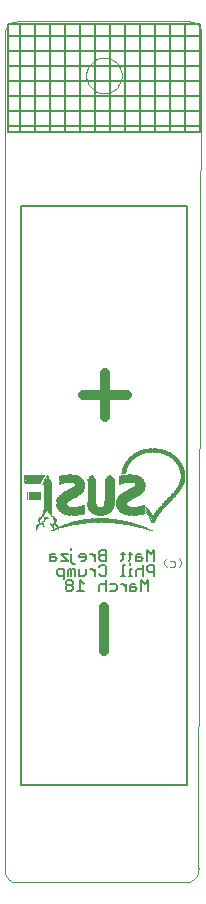
<source format=gbo>
G75*
%MOIN*%
%OFA0B0*%
%FSLAX24Y24*%
%IPPOS*%
%LPD*%
%AMOC8*
5,1,8,0,0,1.08239X$1,22.5*
%
%ADD10C,0.0000*%
%ADD11C,0.0050*%
%ADD12C,0.0040*%
%ADD13C,0.0330*%
%ADD14R,0.0010X0.0010*%
%ADD15R,0.0020X0.0010*%
%ADD16R,0.0030X0.0010*%
%ADD17R,0.0040X0.0010*%
%ADD18R,0.0050X0.0010*%
%ADD19R,0.0060X0.0010*%
%ADD20R,0.0090X0.0010*%
%ADD21R,0.0070X0.0010*%
%ADD22R,0.0100X0.0010*%
%ADD23R,0.0120X0.0010*%
%ADD24R,0.0130X0.0010*%
%ADD25R,0.0140X0.0010*%
%ADD26R,0.0150X0.0010*%
%ADD27R,0.0180X0.0010*%
%ADD28R,0.0190X0.0010*%
%ADD29R,0.0210X0.0010*%
%ADD30R,0.0230X0.0010*%
%ADD31R,0.0260X0.0010*%
%ADD32R,0.0240X0.0010*%
%ADD33R,0.0290X0.0010*%
%ADD34R,0.0310X0.0010*%
%ADD35R,0.0350X0.0010*%
%ADD36R,0.0330X0.0010*%
%ADD37R,0.0380X0.0010*%
%ADD38R,0.0370X0.0010*%
%ADD39R,0.0440X0.0010*%
%ADD40R,0.0410X0.0010*%
%ADD41R,0.0490X0.0010*%
%ADD42R,0.0470X0.0010*%
%ADD43R,0.0580X0.0010*%
%ADD44R,0.0550X0.0010*%
%ADD45R,0.0080X0.0010*%
%ADD46R,0.0720X0.0010*%
%ADD47R,0.0690X0.0010*%
%ADD48R,0.1720X0.0010*%
%ADD49R,0.1640X0.0010*%
%ADD50R,0.1550X0.0010*%
%ADD51R,0.1460X0.0010*%
%ADD52R,0.1360X0.0010*%
%ADD53R,0.1250X0.0010*%
%ADD54R,0.1130X0.0010*%
%ADD55R,0.0990X0.0010*%
%ADD56R,0.0820X0.0010*%
%ADD57R,0.0160X0.0010*%
%ADD58R,0.0620X0.0010*%
%ADD59R,0.0170X0.0010*%
%ADD60R,0.0280X0.0010*%
%ADD61R,0.0200X0.0010*%
%ADD62R,0.0220X0.0010*%
%ADD63R,0.0110X0.0010*%
%ADD64R,0.0300X0.0010*%
%ADD65R,0.0540X0.0010*%
%ADD66R,0.0630X0.0010*%
%ADD67R,0.0420X0.0010*%
%ADD68R,0.0680X0.0010*%
%ADD69R,0.0480X0.0010*%
%ADD70R,0.0710X0.0010*%
%ADD71R,0.0520X0.0010*%
%ADD72R,0.0730X0.0010*%
%ADD73R,0.0750X0.0010*%
%ADD74R,0.0760X0.0010*%
%ADD75R,0.0780X0.0010*%
%ADD76R,0.0610X0.0010*%
%ADD77R,0.0790X0.0010*%
%ADD78R,0.0650X0.0010*%
%ADD79R,0.0810X0.0010*%
%ADD80R,0.0670X0.0010*%
%ADD81R,0.0800X0.0010*%
%ADD82R,0.0700X0.0010*%
%ADD83R,0.0830X0.0010*%
%ADD84R,0.0840X0.0010*%
%ADD85R,0.0850X0.0010*%
%ADD86R,0.0860X0.0010*%
%ADD87R,0.0870X0.0010*%
%ADD88R,0.0770X0.0010*%
%ADD89R,0.0880X0.0010*%
%ADD90R,0.0890X0.0010*%
%ADD91R,0.0360X0.0010*%
%ADD92R,0.0450X0.0010*%
%ADD93R,0.0400X0.0010*%
%ADD94R,0.0320X0.0010*%
%ADD95R,0.0340X0.0010*%
%ADD96R,0.0270X0.0010*%
%ADD97R,0.0390X0.0010*%
%ADD98R,0.0430X0.0010*%
%ADD99R,0.0500X0.0010*%
%ADD100R,0.0510X0.0010*%
%ADD101R,0.0530X0.0010*%
%ADD102R,0.0560X0.0010*%
%ADD103R,0.0570X0.0010*%
%ADD104R,0.0600X0.0010*%
%ADD105R,0.0590X0.0010*%
%ADD106R,0.0460X0.0010*%
%ADD107R,0.0250X0.0010*%
%ADD108R,0.0740X0.0010*%
%ADD109R,0.0660X0.0010*%
%ADD110R,0.0640X0.0010*%
%ADD111R,0.0960X0.0010*%
D10*
X000950Y004251D02*
X000950Y032151D01*
X000952Y032190D01*
X000958Y032229D01*
X000967Y032267D01*
X000980Y032304D01*
X000997Y032340D01*
X001017Y032373D01*
X001041Y032405D01*
X001067Y032434D01*
X001096Y032460D01*
X001128Y032484D01*
X001161Y032504D01*
X001197Y032521D01*
X001234Y032534D01*
X001272Y032543D01*
X001311Y032549D01*
X001350Y032551D01*
X007100Y032551D01*
X007139Y032549D01*
X007178Y032543D01*
X007216Y032534D01*
X007253Y032521D01*
X007289Y032504D01*
X007322Y032484D01*
X007354Y032460D01*
X007383Y032434D01*
X007409Y032405D01*
X007433Y032373D01*
X007453Y032340D01*
X007470Y032304D01*
X007483Y032267D01*
X007492Y032229D01*
X007498Y032190D01*
X007500Y032151D01*
X007400Y004351D01*
X007403Y004309D01*
X007402Y004267D01*
X007397Y004226D01*
X007388Y004185D01*
X007375Y004145D01*
X007359Y004107D01*
X007339Y004070D01*
X007316Y004035D01*
X007290Y004002D01*
X007261Y003972D01*
X007230Y003945D01*
X007195Y003920D01*
X007159Y003899D01*
X007121Y003882D01*
X007082Y003868D01*
X007041Y003857D01*
X007000Y003851D01*
X001350Y003851D01*
X001311Y003853D01*
X001272Y003859D01*
X001234Y003868D01*
X001197Y003881D01*
X001161Y003898D01*
X001128Y003918D01*
X001096Y003942D01*
X001067Y003968D01*
X001041Y003997D01*
X001017Y004029D01*
X000997Y004062D01*
X000980Y004098D01*
X000967Y004135D01*
X000958Y004173D01*
X000952Y004212D01*
X000950Y004251D01*
X002050Y003851D02*
X006450Y003851D01*
X003659Y030751D02*
X003661Y030799D01*
X003667Y030847D01*
X003677Y030894D01*
X003690Y030940D01*
X003708Y030985D01*
X003728Y031029D01*
X003753Y031071D01*
X003781Y031110D01*
X003811Y031147D01*
X003845Y031181D01*
X003882Y031213D01*
X003920Y031242D01*
X003961Y031267D01*
X004004Y031289D01*
X004049Y031307D01*
X004095Y031321D01*
X004142Y031332D01*
X004190Y031339D01*
X004238Y031342D01*
X004286Y031341D01*
X004334Y031336D01*
X004382Y031327D01*
X004428Y031315D01*
X004473Y031298D01*
X004517Y031278D01*
X004559Y031255D01*
X004599Y031228D01*
X004637Y031198D01*
X004672Y031165D01*
X004704Y031129D01*
X004734Y031091D01*
X004760Y031050D01*
X004782Y031007D01*
X004802Y030963D01*
X004817Y030918D01*
X004829Y030871D01*
X004837Y030823D01*
X004841Y030775D01*
X004841Y030727D01*
X004837Y030679D01*
X004829Y030631D01*
X004817Y030584D01*
X004802Y030539D01*
X004782Y030495D01*
X004760Y030452D01*
X004734Y030411D01*
X004704Y030373D01*
X004672Y030337D01*
X004637Y030304D01*
X004599Y030274D01*
X004559Y030247D01*
X004517Y030224D01*
X004473Y030204D01*
X004428Y030187D01*
X004382Y030175D01*
X004334Y030166D01*
X004286Y030161D01*
X004238Y030160D01*
X004190Y030163D01*
X004142Y030170D01*
X004095Y030181D01*
X004049Y030195D01*
X004004Y030213D01*
X003961Y030235D01*
X003920Y030260D01*
X003882Y030289D01*
X003845Y030321D01*
X003811Y030355D01*
X003781Y030392D01*
X003753Y030431D01*
X003728Y030473D01*
X003708Y030517D01*
X003690Y030562D01*
X003677Y030608D01*
X003667Y030655D01*
X003661Y030703D01*
X003659Y030751D01*
D11*
X003450Y032451D02*
X003450Y028851D01*
X002950Y028851D02*
X002950Y032451D01*
X002450Y032451D02*
X002450Y028851D01*
X001950Y028851D02*
X001950Y032451D01*
X001450Y032451D02*
X001450Y028851D01*
X001050Y028851D02*
X001050Y032451D01*
X007450Y032451D01*
X007450Y028851D01*
X001050Y028851D01*
X001050Y029051D02*
X007450Y029051D01*
X007450Y029551D02*
X001050Y029551D01*
X001050Y030051D02*
X007450Y030051D01*
X007450Y030551D02*
X001050Y030551D01*
X001050Y031051D02*
X007450Y031051D01*
X007450Y031551D02*
X001050Y031551D01*
X001050Y032051D02*
X007450Y032051D01*
X006950Y032451D02*
X006950Y028851D01*
X006450Y028851D02*
X006450Y032451D01*
X005950Y032451D02*
X005950Y028851D01*
X005450Y028851D02*
X005450Y032451D01*
X004950Y032451D02*
X004950Y028851D01*
X004450Y028851D02*
X004450Y032451D01*
X003950Y032451D02*
X003950Y028851D01*
X001494Y026393D02*
X007006Y026393D01*
X007006Y007102D01*
X001494Y007102D01*
X001494Y026393D01*
X003169Y014984D02*
X003169Y014926D01*
X003169Y014809D02*
X003169Y014517D01*
X003227Y014459D01*
X003285Y014459D01*
X003285Y014309D02*
X003227Y014309D01*
X003169Y014251D01*
X003110Y014309D01*
X003052Y014251D01*
X003052Y014076D01*
X002917Y014076D02*
X002742Y014076D01*
X002684Y014134D01*
X002684Y014251D01*
X002742Y014309D01*
X002917Y014309D01*
X002917Y013959D01*
X002975Y013868D02*
X002975Y013809D01*
X003033Y013751D01*
X003150Y013751D01*
X003208Y013809D01*
X003208Y013868D01*
X003150Y013926D01*
X003033Y013926D01*
X002975Y013868D01*
X003033Y013751D02*
X002975Y013692D01*
X002975Y013634D01*
X003033Y013576D01*
X003150Y013576D01*
X003208Y013634D01*
X003208Y013692D01*
X003150Y013751D01*
X003169Y014076D02*
X003169Y014251D01*
X003285Y014309D02*
X003285Y014076D01*
X003420Y014076D02*
X003420Y014309D01*
X003420Y014076D02*
X003595Y014076D01*
X003654Y014134D01*
X003654Y014309D01*
X003595Y014576D02*
X003654Y014634D01*
X003654Y014751D01*
X003595Y014809D01*
X003479Y014809D01*
X003420Y014751D01*
X003420Y014692D01*
X003654Y014692D01*
X003595Y014576D02*
X003479Y014576D01*
X003460Y013926D02*
X003460Y013576D01*
X003576Y013576D02*
X003343Y013576D01*
X003576Y013809D02*
X003460Y013926D01*
X003786Y014309D02*
X003844Y014309D01*
X003961Y014192D01*
X003961Y014076D02*
X003961Y014309D01*
X004095Y014368D02*
X004154Y014426D01*
X004271Y014426D01*
X004329Y014368D01*
X004329Y014134D01*
X004271Y014076D01*
X004154Y014076D01*
X004095Y014134D01*
X004138Y013809D02*
X004080Y013751D01*
X004080Y013576D01*
X004138Y013809D02*
X004255Y013809D01*
X004313Y013751D01*
X004313Y013926D02*
X004313Y013576D01*
X004448Y013576D02*
X004623Y013576D01*
X004681Y013634D01*
X004681Y013751D01*
X004623Y013809D01*
X004448Y013809D01*
X004329Y014576D02*
X004154Y014576D01*
X004095Y014634D01*
X004095Y014692D01*
X004154Y014751D01*
X004329Y014751D01*
X004329Y014926D02*
X004154Y014926D01*
X004095Y014868D01*
X004095Y014809D01*
X004154Y014751D01*
X003961Y014809D02*
X003961Y014576D01*
X003961Y014692D02*
X003844Y014809D01*
X003786Y014809D01*
X004329Y014926D02*
X004329Y014576D01*
X004826Y014576D02*
X004884Y014634D01*
X004884Y014868D01*
X004826Y014809D02*
X004943Y014809D01*
X004943Y014426D02*
X004884Y014426D01*
X004884Y014076D01*
X004826Y014076D02*
X004943Y014076D01*
X004988Y013809D02*
X004988Y013576D01*
X004988Y013692D02*
X004872Y013809D01*
X004813Y013809D01*
X005072Y014076D02*
X005188Y014076D01*
X005130Y014076D02*
X005130Y014309D01*
X005188Y014309D01*
X005130Y014426D02*
X005130Y014484D01*
X005072Y014576D02*
X005130Y014634D01*
X005130Y014868D01*
X005188Y014809D02*
X005072Y014809D01*
X005323Y014751D02*
X005323Y014576D01*
X005498Y014576D01*
X005557Y014634D01*
X005498Y014692D01*
X005323Y014692D01*
X005323Y014751D02*
X005382Y014809D01*
X005498Y014809D01*
X005557Y014426D02*
X005557Y014076D01*
X005491Y013926D02*
X005491Y013576D01*
X005608Y013809D02*
X005491Y013926D01*
X005557Y014251D02*
X005498Y014309D01*
X005382Y014309D01*
X005323Y014251D01*
X005323Y014076D01*
X005298Y013809D02*
X005182Y013809D01*
X005123Y013751D01*
X005123Y013576D01*
X005298Y013576D01*
X005357Y013634D01*
X005298Y013692D01*
X005123Y013692D01*
X005608Y013809D02*
X005725Y013926D01*
X005725Y013576D01*
X005750Y014192D02*
X005925Y014192D01*
X005925Y014076D02*
X005925Y014426D01*
X005750Y014426D01*
X005691Y014368D01*
X005691Y014251D01*
X005750Y014192D01*
X005691Y014576D02*
X005691Y014926D01*
X005808Y014809D01*
X005925Y014926D01*
X005925Y014576D01*
X003040Y014576D02*
X002806Y014576D01*
X002806Y014809D02*
X003040Y014576D01*
X003040Y014809D02*
X002806Y014809D01*
X002613Y014809D02*
X002496Y014809D01*
X002438Y014751D01*
X002438Y014576D01*
X002613Y014576D01*
X002672Y014634D01*
X002613Y014692D01*
X002438Y014692D01*
D12*
X006246Y014557D02*
X006339Y014651D01*
X006246Y014557D02*
X006246Y014464D01*
X006339Y014371D01*
X006447Y014371D02*
X006587Y014371D01*
X006634Y014417D01*
X006634Y014511D01*
X006587Y014557D01*
X006447Y014557D01*
X006737Y014651D02*
X006830Y014557D01*
X006830Y014464D01*
X006737Y014371D01*
D13*
X005017Y020102D02*
X003543Y020102D01*
X004280Y019365D02*
X004280Y020840D01*
X004241Y013044D02*
X004241Y011570D01*
D14*
X004650Y015811D03*
X004660Y015811D03*
X004670Y015811D03*
X004680Y015811D03*
X004690Y015811D03*
X004700Y015811D03*
X004730Y015811D03*
X004750Y015801D03*
X004760Y015801D03*
X004770Y015801D03*
X004780Y015801D03*
X004790Y015801D03*
X004800Y015801D03*
X004830Y015791D03*
X004840Y015791D03*
X004850Y015791D03*
X004860Y015791D03*
X004870Y015791D03*
X004880Y015791D03*
X004890Y015791D03*
X004910Y015781D03*
X004920Y015781D03*
X004930Y015781D03*
X004940Y015781D03*
X004950Y015781D03*
X004960Y015781D03*
X004970Y015771D03*
X004980Y015771D03*
X004990Y015771D03*
X005000Y015771D03*
X005010Y015771D03*
X005040Y015761D03*
X005050Y015761D03*
X005060Y015761D03*
X005070Y015761D03*
X005080Y015761D03*
X005100Y015751D03*
X005110Y015751D03*
X005120Y015751D03*
X005130Y015751D03*
X005140Y015751D03*
X005150Y015741D03*
X005160Y015741D03*
X005170Y015741D03*
X005180Y015741D03*
X005190Y015741D03*
X005200Y015731D03*
X005210Y015731D03*
X005220Y015731D03*
X005230Y015731D03*
X005240Y015731D03*
X005250Y015721D03*
X005260Y015721D03*
X005270Y015721D03*
X005280Y015721D03*
X005290Y015721D03*
X005300Y015711D03*
X005310Y015711D03*
X005320Y015711D03*
X005350Y015701D03*
X005360Y015701D03*
X005370Y015701D03*
X005380Y015701D03*
X005390Y015691D03*
X005400Y015691D03*
X005410Y015691D03*
X005420Y015691D03*
X005430Y015681D03*
X005440Y015681D03*
X005450Y015681D03*
X005460Y015681D03*
X005470Y015671D03*
X005480Y015671D03*
X005490Y015671D03*
X005500Y015671D03*
X005510Y015661D03*
X005520Y015661D03*
X005530Y015661D03*
X005540Y015661D03*
X005550Y015651D03*
X005560Y015651D03*
X005570Y015651D03*
X005580Y015651D03*
X005590Y015641D03*
X005600Y015641D03*
X005610Y015641D03*
X005620Y015631D03*
X005630Y015631D03*
X005640Y015631D03*
X005650Y015631D03*
X005660Y015621D03*
X005670Y015621D03*
X005680Y015621D03*
X005690Y015611D03*
X005700Y015611D03*
X005710Y015611D03*
X005720Y015611D03*
X005720Y015621D03*
X005730Y015621D03*
X005730Y015611D03*
X005740Y015611D03*
X005750Y015611D03*
X005760Y015611D03*
X005770Y015601D03*
X005780Y015601D03*
X005770Y015591D03*
X005760Y015591D03*
X005740Y015601D03*
X005730Y015601D03*
X005710Y015631D03*
X005700Y015631D03*
X005690Y015641D03*
X005680Y015641D03*
X005670Y015641D03*
X005670Y015651D03*
X005660Y015651D03*
X005650Y015651D03*
X005640Y015661D03*
X005620Y015671D03*
X005610Y015671D03*
X005600Y015671D03*
X005590Y015681D03*
X005580Y015681D03*
X005570Y015681D03*
X005570Y015691D03*
X005560Y015691D03*
X005550Y015691D03*
X005540Y015701D03*
X005530Y015701D03*
X005520Y015701D03*
X005510Y015711D03*
X005500Y015711D03*
X005490Y015711D03*
X005480Y015721D03*
X005460Y015731D03*
X005450Y015731D03*
X005440Y015731D03*
X005430Y015741D03*
X005420Y015741D03*
X005410Y015741D03*
X005400Y015751D03*
X005390Y015751D03*
X005380Y015751D03*
X005370Y015761D03*
X005360Y015761D03*
X005350Y015761D03*
X005340Y015771D03*
X005330Y015771D03*
X005310Y015781D03*
X005300Y015781D03*
X005290Y015781D03*
X005280Y015781D03*
X005270Y015791D03*
X005260Y015791D03*
X005250Y015791D03*
X005240Y015801D03*
X005230Y015801D03*
X005220Y015801D03*
X005210Y015801D03*
X005200Y015811D03*
X005190Y015811D03*
X005180Y015811D03*
X005170Y015821D03*
X005160Y015821D03*
X005150Y015821D03*
X005140Y015821D03*
X005130Y015831D03*
X005120Y015831D03*
X005110Y015831D03*
X005100Y015831D03*
X005090Y015841D03*
X005080Y015841D03*
X005070Y015841D03*
X005060Y015841D03*
X005050Y015851D03*
X005040Y015851D03*
X005030Y015851D03*
X005020Y015851D03*
X005010Y015861D03*
X005000Y015861D03*
X004990Y015861D03*
X004980Y015861D03*
X004960Y015871D03*
X004950Y015871D03*
X004940Y015871D03*
X004930Y015871D03*
X004920Y015881D03*
X004910Y015881D03*
X004900Y015881D03*
X004890Y015881D03*
X004880Y015881D03*
X004870Y015891D03*
X004860Y015891D03*
X004850Y015891D03*
X004840Y015891D03*
X004830Y015891D03*
X004810Y015901D03*
X004800Y015901D03*
X004790Y015901D03*
X004780Y015901D03*
X004770Y015901D03*
X004760Y015911D03*
X004750Y015911D03*
X004740Y015911D03*
X004730Y015911D03*
X004720Y015911D03*
X004710Y015911D03*
X004690Y015921D03*
X004680Y015921D03*
X004670Y015921D03*
X004660Y015921D03*
X004650Y015921D03*
X004640Y015921D03*
X004620Y015931D03*
X004610Y015931D03*
X004600Y015931D03*
X004590Y015931D03*
X004580Y015931D03*
X004570Y015931D03*
X004540Y015941D03*
X004530Y015941D03*
X004520Y015941D03*
X004510Y015941D03*
X004500Y015941D03*
X004490Y015941D03*
X004430Y015951D03*
X004400Y015951D03*
X004350Y015951D03*
X004370Y015831D03*
X004400Y015831D03*
X004410Y015831D03*
X004440Y015831D03*
X004450Y015831D03*
X004460Y015831D03*
X004470Y015831D03*
X004530Y015821D03*
X004560Y015821D03*
X004590Y015821D03*
X004600Y015821D03*
X004610Y015821D03*
X004500Y016201D03*
X004510Y016211D03*
X004520Y016221D03*
X004520Y016231D03*
X004530Y016231D03*
X004530Y016241D03*
X004540Y016251D03*
X004550Y016261D03*
X004550Y016271D03*
X004560Y016281D03*
X004560Y016291D03*
X004570Y016301D03*
X004570Y016311D03*
X004580Y016321D03*
X004590Y016341D03*
X004590Y016351D03*
X004590Y016371D03*
X004600Y016381D03*
X004600Y016391D03*
X004600Y016421D03*
X004610Y016431D03*
X004610Y016441D03*
X004610Y016451D03*
X004610Y016461D03*
X004610Y016511D03*
X004620Y016531D03*
X004620Y016541D03*
X004620Y016551D03*
X004620Y016561D03*
X004620Y016571D03*
X004620Y016581D03*
X004620Y016591D03*
X004620Y016601D03*
X004620Y016611D03*
X004620Y016621D03*
X004620Y016631D03*
X004620Y016641D03*
X004620Y016651D03*
X004620Y016661D03*
X004620Y016671D03*
X004620Y016681D03*
X004620Y016691D03*
X004620Y016701D03*
X004620Y016711D03*
X004620Y016721D03*
X004620Y016731D03*
X004620Y016741D03*
X004620Y016751D03*
X004620Y016761D03*
X004620Y016771D03*
X004620Y016781D03*
X004620Y016791D03*
X004620Y016801D03*
X004620Y016811D03*
X004620Y016821D03*
X004620Y016831D03*
X004620Y016841D03*
X004620Y016851D03*
X004620Y016861D03*
X004620Y016871D03*
X004620Y016881D03*
X004620Y016891D03*
X004620Y016901D03*
X004620Y016911D03*
X004620Y016921D03*
X004620Y016931D03*
X004620Y016941D03*
X004620Y016951D03*
X004620Y016961D03*
X004620Y016971D03*
X004620Y016981D03*
X004620Y016991D03*
X004620Y017001D03*
X004620Y017011D03*
X004620Y017021D03*
X004620Y017031D03*
X004620Y017041D03*
X004620Y017051D03*
X004620Y017061D03*
X004620Y017071D03*
X004620Y017081D03*
X004620Y017091D03*
X004620Y017101D03*
X004620Y017111D03*
X004620Y017121D03*
X004620Y017131D03*
X004620Y017141D03*
X004620Y017151D03*
X004620Y017161D03*
X004620Y017171D03*
X004620Y017181D03*
X004620Y017191D03*
X004620Y017201D03*
X004620Y017211D03*
X004620Y017221D03*
X004620Y017231D03*
X004620Y017241D03*
X004610Y017241D03*
X004610Y017251D03*
X004600Y017251D03*
X004600Y017261D03*
X004590Y017261D03*
X004590Y017271D03*
X004580Y017271D03*
X004580Y017281D03*
X004570Y017291D03*
X004560Y017301D03*
X004550Y017311D03*
X004540Y017321D03*
X004530Y017331D03*
X004470Y017391D03*
X004470Y017401D03*
X004460Y017401D03*
X004460Y017411D03*
X004450Y017401D03*
X004440Y017391D03*
X004430Y017381D03*
X004420Y017371D03*
X004410Y017361D03*
X004400Y017351D03*
X004400Y017341D03*
X004390Y017341D03*
X004390Y017331D03*
X004380Y017331D03*
X004380Y017321D03*
X004370Y017321D03*
X004370Y017311D03*
X004360Y017311D03*
X004360Y017301D03*
X004350Y017301D03*
X004350Y017291D03*
X004340Y017291D03*
X004340Y017281D03*
X004330Y017271D03*
X004300Y016531D03*
X004300Y016521D03*
X004300Y016511D03*
X004290Y016491D03*
X004290Y016481D03*
X004290Y016471D03*
X004290Y016461D03*
X004290Y016451D03*
X004280Y016421D03*
X004280Y016411D03*
X004270Y016391D03*
X004270Y016381D03*
X004260Y016371D03*
X004250Y016361D03*
X004250Y016351D03*
X004240Y016351D03*
X004240Y016341D03*
X004230Y016341D03*
X004210Y016331D03*
X004200Y016321D03*
X004190Y016321D03*
X004180Y016321D03*
X004170Y016321D03*
X004160Y016321D03*
X004140Y016321D03*
X004130Y016321D03*
X004120Y016321D03*
X004110Y016321D03*
X004090Y016331D03*
X004080Y016331D03*
X004070Y016331D03*
X004070Y016341D03*
X004050Y016351D03*
X004040Y016361D03*
X004030Y016381D03*
X004020Y016381D03*
X004020Y016391D03*
X004020Y016401D03*
X004010Y016411D03*
X004010Y016421D03*
X004010Y016431D03*
X004010Y016441D03*
X004000Y016451D03*
X004000Y016481D03*
X004000Y016491D03*
X004000Y016501D03*
X004000Y016511D03*
X004000Y016521D03*
X004000Y016531D03*
X004000Y016541D03*
X004000Y016551D03*
X004000Y016561D03*
X004000Y016571D03*
X004000Y016581D03*
X004000Y016591D03*
X004000Y016601D03*
X004000Y016611D03*
X004000Y016621D03*
X004000Y016631D03*
X004000Y016641D03*
X004000Y016651D03*
X004000Y016661D03*
X004000Y016671D03*
X004000Y016681D03*
X004000Y016691D03*
X004000Y016701D03*
X004000Y016711D03*
X004000Y016721D03*
X004000Y016731D03*
X004000Y016741D03*
X004000Y016751D03*
X004000Y016761D03*
X004000Y016771D03*
X004000Y016781D03*
X004000Y016791D03*
X004000Y016801D03*
X004000Y016811D03*
X004000Y016821D03*
X004000Y016831D03*
X004000Y016841D03*
X004000Y016851D03*
X004000Y016861D03*
X004000Y016871D03*
X004000Y016881D03*
X004000Y016891D03*
X004000Y016901D03*
X004000Y016911D03*
X004000Y016921D03*
X004000Y016931D03*
X004000Y016941D03*
X004000Y016951D03*
X004000Y016961D03*
X004000Y016971D03*
X004000Y016981D03*
X004000Y016991D03*
X004000Y017001D03*
X004000Y017011D03*
X004000Y017021D03*
X004000Y017031D03*
X004000Y017041D03*
X004000Y017051D03*
X004000Y017061D03*
X004000Y017071D03*
X004000Y017081D03*
X004000Y017091D03*
X004000Y017101D03*
X004000Y017111D03*
X004000Y017121D03*
X004000Y017131D03*
X004000Y017141D03*
X004000Y017151D03*
X004000Y017161D03*
X004000Y017171D03*
X004000Y017181D03*
X004000Y017191D03*
X004000Y017201D03*
X004000Y017211D03*
X004000Y017221D03*
X004000Y017231D03*
X003990Y017251D03*
X003980Y017251D03*
X003980Y017261D03*
X003970Y017271D03*
X003950Y017291D03*
X003950Y017301D03*
X003940Y017301D03*
X003940Y017311D03*
X003930Y017321D03*
X003910Y017341D03*
X003910Y017351D03*
X003900Y017351D03*
X003900Y017361D03*
X003890Y017371D03*
X003880Y017391D03*
X003870Y017391D03*
X003870Y017401D03*
X003860Y017411D03*
X003850Y017411D03*
X003840Y017401D03*
X003840Y017391D03*
X003820Y017371D03*
X003820Y017361D03*
X003810Y017361D03*
X003810Y017351D03*
X003800Y017351D03*
X003790Y017331D03*
X003780Y017321D03*
X003780Y017311D03*
X003770Y017311D03*
X003770Y017301D03*
X003750Y017281D03*
X003740Y017271D03*
X003740Y017261D03*
X003730Y017261D03*
X003730Y017251D03*
X003720Y017231D03*
X003600Y017191D03*
X003590Y017191D03*
X003600Y017181D03*
X003600Y017171D03*
X003610Y017161D03*
X003610Y017151D03*
X003620Y017131D03*
X003620Y017121D03*
X003620Y017111D03*
X003620Y017101D03*
X003620Y017071D03*
X003620Y017061D03*
X003620Y017051D03*
X003620Y017041D03*
X003620Y017001D03*
X003620Y016991D03*
X003620Y016981D03*
X003610Y016971D03*
X003610Y016951D03*
X003600Y016941D03*
X003600Y016921D03*
X003590Y016901D03*
X003580Y016881D03*
X003570Y016881D03*
X003570Y016871D03*
X003560Y016861D03*
X003560Y016851D03*
X003550Y016851D03*
X003550Y016841D03*
X003540Y016831D03*
X003530Y016821D03*
X003510Y016801D03*
X003500Y016791D03*
X003490Y016791D03*
X003490Y016781D03*
X003480Y016781D03*
X003460Y016761D03*
X003450Y016761D03*
X003450Y016751D03*
X003430Y016741D03*
X003420Y016741D03*
X003400Y016721D03*
X003380Y016711D03*
X003370Y016711D03*
X003360Y016701D03*
X003350Y016701D03*
X003340Y016691D03*
X003330Y016691D03*
X003330Y016681D03*
X003310Y016671D03*
X003290Y016661D03*
X003280Y016661D03*
X003270Y016651D03*
X003260Y016651D03*
X003250Y016641D03*
X003240Y016641D03*
X003230Y016631D03*
X003220Y016631D03*
X003220Y016621D03*
X003200Y016611D03*
X003180Y016601D03*
X003160Y016591D03*
X003150Y016591D03*
X003140Y016581D03*
X003130Y016581D03*
X003120Y016571D03*
X003110Y016561D03*
X003090Y016551D03*
X003080Y016551D03*
X003080Y016541D03*
X003060Y016531D03*
X003050Y016521D03*
X003040Y016521D03*
X003040Y016511D03*
X003030Y016511D03*
X003030Y016501D03*
X003020Y016491D03*
X003020Y016471D03*
X003020Y016461D03*
X003020Y016451D03*
X003020Y016441D03*
X003020Y016431D03*
X003030Y016411D03*
X003040Y016391D03*
X003050Y016381D03*
X003060Y016371D03*
X003080Y016361D03*
X003080Y016351D03*
X003090Y016351D03*
X003100Y016341D03*
X003110Y016341D03*
X003120Y016341D03*
X003130Y016331D03*
X003140Y016331D03*
X003150Y016331D03*
X003160Y016331D03*
X003170Y016321D03*
X003180Y016321D03*
X003190Y016321D03*
X003220Y016321D03*
X003230Y016321D03*
X003240Y016321D03*
X003270Y016321D03*
X003320Y016331D03*
X003330Y016331D03*
X003340Y016331D03*
X003350Y016331D03*
X003360Y016331D03*
X003370Y016331D03*
X003380Y016341D03*
X003390Y016341D03*
X003400Y016341D03*
X003410Y016341D03*
X003420Y016351D03*
X003430Y016351D03*
X003440Y016351D03*
X003450Y016351D03*
X003460Y016361D03*
X003470Y016361D03*
X003490Y016371D03*
X003500Y016371D03*
X003510Y016371D03*
X003520Y016381D03*
X003530Y016381D03*
X003540Y016381D03*
X003550Y016391D03*
X003560Y016391D03*
X003570Y016391D03*
X003570Y016401D03*
X003580Y016401D03*
X003590Y016401D03*
X003600Y016411D03*
X003610Y016411D03*
X003620Y016411D03*
X003620Y016401D03*
X003620Y016391D03*
X003620Y016381D03*
X003620Y016371D03*
X003620Y016361D03*
X003620Y016351D03*
X003620Y016341D03*
X003620Y016331D03*
X003620Y016321D03*
X003620Y016311D03*
X003620Y016301D03*
X003620Y016291D03*
X003620Y016281D03*
X003620Y016271D03*
X003620Y016261D03*
X003620Y016251D03*
X003620Y016241D03*
X003620Y016231D03*
X003620Y016221D03*
X003620Y016211D03*
X003620Y016201D03*
X003620Y016191D03*
X003620Y016181D03*
X003620Y016171D03*
X003620Y016161D03*
X003620Y016151D03*
X003620Y016141D03*
X003620Y016131D03*
X003610Y016131D03*
X003610Y016121D03*
X003600Y016121D03*
X003590Y016121D03*
X003580Y016121D03*
X003570Y016111D03*
X003560Y016111D03*
X003550Y016111D03*
X003540Y016111D03*
X003530Y016111D03*
X003510Y016101D03*
X003500Y016101D03*
X003490Y016101D03*
X003480Y016101D03*
X003470Y016101D03*
X003450Y016091D03*
X003440Y016091D03*
X003430Y016091D03*
X003420Y016091D03*
X003410Y016091D03*
X003370Y016081D03*
X003340Y016081D03*
X003330Y016081D03*
X003320Y016081D03*
X003310Y016081D03*
X003300Y016081D03*
X003340Y015871D03*
X003350Y015871D03*
X003360Y015871D03*
X003370Y015871D03*
X003380Y015881D03*
X003390Y015881D03*
X003400Y015881D03*
X003410Y015881D03*
X003420Y015891D03*
X003430Y015891D03*
X003440Y015891D03*
X003450Y015891D03*
X003460Y015891D03*
X003470Y015901D03*
X003480Y015901D03*
X003490Y015901D03*
X003500Y015901D03*
X003510Y015901D03*
X003530Y015911D03*
X003540Y015911D03*
X003550Y015911D03*
X003560Y015911D03*
X003570Y015911D03*
X003590Y015921D03*
X003600Y015921D03*
X003610Y015921D03*
X003620Y015921D03*
X003650Y015931D03*
X003660Y015931D03*
X003670Y015931D03*
X003680Y015931D03*
X003690Y015931D03*
X003700Y015931D03*
X003730Y015941D03*
X003740Y015941D03*
X003750Y015941D03*
X003760Y015941D03*
X003770Y015941D03*
X003780Y015941D03*
X003840Y015951D03*
X003850Y015951D03*
X003860Y015951D03*
X003870Y015951D03*
X003880Y015951D03*
X003890Y015951D03*
X003900Y015951D03*
X003910Y015951D03*
X003920Y015831D03*
X003890Y015831D03*
X003880Y015831D03*
X003830Y015831D03*
X003770Y015821D03*
X003760Y015821D03*
X003750Y015821D03*
X003740Y015821D03*
X003730Y015821D03*
X003720Y015821D03*
X003710Y015821D03*
X003700Y015821D03*
X003690Y015821D03*
X003650Y015811D03*
X003640Y015811D03*
X003630Y015811D03*
X003620Y015811D03*
X003610Y015811D03*
X003600Y015811D03*
X003590Y015811D03*
X003560Y015801D03*
X003550Y015801D03*
X003540Y015801D03*
X003530Y015801D03*
X003520Y015801D03*
X003510Y015801D03*
X003500Y015801D03*
X003480Y015791D03*
X003470Y015791D03*
X003460Y015791D03*
X003450Y015791D03*
X003440Y015791D03*
X003430Y015791D03*
X003410Y015781D03*
X003400Y015781D03*
X003390Y015781D03*
X003380Y015781D03*
X003370Y015781D03*
X003360Y015781D03*
X003350Y015771D03*
X003340Y015771D03*
X003330Y015771D03*
X003320Y015771D03*
X003290Y015761D03*
X003280Y015761D03*
X003270Y015761D03*
X003260Y015761D03*
X003250Y015761D03*
X003230Y015751D03*
X003220Y015751D03*
X003210Y015751D03*
X003200Y015751D03*
X003190Y015741D03*
X003180Y015741D03*
X003170Y015741D03*
X003160Y015741D03*
X003150Y015741D03*
X003140Y015731D03*
X003130Y015731D03*
X003120Y015731D03*
X003110Y015731D03*
X003100Y015731D03*
X003090Y015721D03*
X003080Y015721D03*
X003070Y015721D03*
X003060Y015721D03*
X003050Y015711D03*
X003040Y015711D03*
X003030Y015711D03*
X003020Y015711D03*
X003010Y015701D03*
X003000Y015701D03*
X002990Y015701D03*
X002980Y015701D03*
X002970Y015691D03*
X002960Y015691D03*
X002950Y015691D03*
X002940Y015691D03*
X002930Y015681D03*
X002920Y015681D03*
X002910Y015681D03*
X002900Y015681D03*
X002890Y015671D03*
X002880Y015671D03*
X002870Y015671D03*
X002860Y015661D03*
X002850Y015661D03*
X002840Y015661D03*
X002830Y015661D03*
X002820Y015651D03*
X002810Y015651D03*
X002790Y015681D03*
X002810Y015691D03*
X002820Y015691D03*
X002830Y015691D03*
X002840Y015701D03*
X002850Y015701D03*
X002860Y015711D03*
X002880Y015721D03*
X002890Y015721D03*
X002900Y015721D03*
X002910Y015731D03*
X002930Y015741D03*
X002940Y015741D03*
X002950Y015741D03*
X002960Y015751D03*
X002980Y015761D03*
X002990Y015761D03*
X003000Y015761D03*
X003010Y015771D03*
X003020Y015771D03*
X003030Y015771D03*
X003040Y015781D03*
X003050Y015781D03*
X003060Y015781D03*
X003070Y015791D03*
X003080Y015791D03*
X003090Y015791D03*
X003100Y015801D03*
X003110Y015801D03*
X003120Y015801D03*
X003130Y015811D03*
X003140Y015811D03*
X003150Y015811D03*
X003160Y015821D03*
X003170Y015821D03*
X003180Y015821D03*
X003190Y015831D03*
X003200Y015831D03*
X003210Y015831D03*
X003220Y015831D03*
X003220Y015841D03*
X003230Y015841D03*
X003240Y015841D03*
X003250Y015841D03*
X003260Y015851D03*
X003270Y015851D03*
X003280Y015851D03*
X003290Y015851D03*
X003300Y015861D03*
X003310Y015861D03*
X003320Y015861D03*
X003330Y015861D03*
X003140Y016081D03*
X003130Y016081D03*
X003120Y016081D03*
X003110Y016081D03*
X003100Y016081D03*
X003090Y016081D03*
X003070Y016091D03*
X003060Y016091D03*
X003050Y016091D03*
X003040Y016091D03*
X003030Y016091D03*
X003000Y016101D03*
X002990Y016101D03*
X002980Y016111D03*
X002970Y016111D03*
X002960Y016111D03*
X002950Y016111D03*
X002950Y016121D03*
X002940Y016121D03*
X002930Y016121D03*
X002920Y016131D03*
X002910Y016131D03*
X002900Y016141D03*
X002890Y016141D03*
X002880Y016151D03*
X002870Y016151D03*
X002850Y016161D03*
X002850Y016171D03*
X002840Y016171D03*
X002820Y016191D03*
X002810Y016191D03*
X002810Y016201D03*
X002800Y016201D03*
X002800Y016211D03*
X002790Y016211D03*
X002790Y016221D03*
X002780Y016221D03*
X002780Y016231D03*
X002750Y016261D03*
X002750Y016271D03*
X002740Y016281D03*
X002740Y016291D03*
X002730Y016291D03*
X002720Y016311D03*
X002710Y016331D03*
X002710Y016341D03*
X002710Y016351D03*
X002700Y016361D03*
X002700Y016371D03*
X002700Y016391D03*
X002690Y016401D03*
X002690Y016411D03*
X002690Y016421D03*
X002690Y016431D03*
X002690Y016521D03*
X002690Y016531D03*
X002690Y016541D03*
X002690Y016551D03*
X002700Y016561D03*
X002700Y016581D03*
X002700Y016591D03*
X002710Y016611D03*
X002720Y016621D03*
X002720Y016631D03*
X002730Y016641D03*
X002730Y016651D03*
X002740Y016661D03*
X002740Y016671D03*
X002750Y016681D03*
X002770Y016701D03*
X002770Y016711D03*
X002780Y016711D03*
X002780Y016721D03*
X002790Y016721D03*
X002790Y016731D03*
X002800Y016731D03*
X002800Y016741D03*
X002810Y016741D03*
X002840Y016771D03*
X002850Y016771D03*
X002850Y016781D03*
X002860Y016781D03*
X002870Y016791D03*
X002880Y016801D03*
X002890Y016801D03*
X002900Y016811D03*
X002910Y016821D03*
X002930Y016831D03*
X002940Y016831D03*
X002950Y016841D03*
X002960Y016841D03*
X002960Y016851D03*
X002980Y016861D03*
X003000Y016871D03*
X003010Y016871D03*
X003020Y016881D03*
X003030Y016881D03*
X003040Y016891D03*
X003050Y016891D03*
X003060Y016901D03*
X003070Y016901D03*
X003070Y016911D03*
X003080Y016911D03*
X003090Y016911D03*
X003090Y016921D03*
X003110Y016931D03*
X003130Y016941D03*
X003150Y016951D03*
X003160Y016951D03*
X003170Y016961D03*
X003180Y016961D03*
X003190Y016971D03*
X003200Y016971D03*
X003210Y016981D03*
X003220Y016981D03*
X003220Y016991D03*
X003240Y017001D03*
X003260Y017011D03*
X003270Y017011D03*
X003290Y017031D03*
X003300Y017031D03*
X003300Y017041D03*
X003310Y017051D03*
X003320Y017081D03*
X003320Y017091D03*
X003320Y017101D03*
X003310Y017121D03*
X003310Y017131D03*
X003300Y017131D03*
X003300Y017141D03*
X003290Y017141D03*
X003270Y017151D03*
X003250Y017161D03*
X003240Y017171D03*
X003230Y017171D03*
X003220Y017171D03*
X003210Y017171D03*
X003200Y017171D03*
X003240Y017411D03*
X003250Y017411D03*
X003260Y017411D03*
X003270Y017411D03*
X003280Y017411D03*
X003300Y017401D03*
X003310Y017401D03*
X003320Y017401D03*
X003330Y017401D03*
X003340Y017391D03*
X003350Y017391D03*
X003360Y017391D03*
X003370Y017391D03*
X003390Y017381D03*
X003400Y017371D03*
X003410Y017371D03*
X003420Y017371D03*
X003440Y017361D03*
X003450Y017351D03*
X003460Y017341D03*
X003470Y017341D03*
X003490Y017321D03*
X003500Y017321D03*
X003500Y017311D03*
X003510Y017311D03*
X003510Y017301D03*
X003520Y017301D03*
X003520Y017291D03*
X003530Y017291D03*
X003530Y017281D03*
X003540Y017281D03*
X003540Y017271D03*
X003550Y017271D03*
X003550Y017261D03*
X003570Y017241D03*
X003570Y017231D03*
X003580Y017221D03*
X003580Y017211D03*
X003590Y017211D03*
X003720Y016501D03*
X003720Y016491D03*
X003720Y016481D03*
X003720Y016471D03*
X003720Y016461D03*
X003720Y016451D03*
X003720Y016441D03*
X003730Y016431D03*
X003730Y016401D03*
X003730Y016391D03*
X003730Y016381D03*
X003730Y016371D03*
X003740Y016351D03*
X003740Y016341D03*
X003740Y016331D03*
X003750Y016311D03*
X003750Y016301D03*
X003760Y016281D03*
X003770Y016261D03*
X003780Y016241D03*
X003790Y016241D03*
X003790Y016231D03*
X003800Y016221D03*
X003820Y016201D03*
X003830Y016191D03*
X003860Y016161D03*
X003870Y016161D03*
X003870Y016151D03*
X003880Y016151D03*
X003890Y016141D03*
X003900Y016141D03*
X003910Y016131D03*
X003920Y016131D03*
X003930Y016121D03*
X003940Y016121D03*
X003950Y016111D03*
X003960Y016111D03*
X003970Y016111D03*
X003980Y016101D03*
X003990Y016101D03*
X004000Y016101D03*
X004010Y016091D03*
X004020Y016091D03*
X004030Y016091D03*
X004040Y016091D03*
X004060Y016081D03*
X004070Y016081D03*
X004080Y016081D03*
X004090Y016081D03*
X004100Y016081D03*
X004110Y016081D03*
X004200Y016081D03*
X004210Y016081D03*
X004220Y016081D03*
X004230Y016081D03*
X004240Y016081D03*
X004250Y016081D03*
X004270Y016091D03*
X004280Y016091D03*
X004290Y016091D03*
X004300Y016091D03*
X004310Y016101D03*
X004320Y016101D03*
X004330Y016101D03*
X004340Y016101D03*
X004360Y016111D03*
X004370Y016121D03*
X004380Y016121D03*
X004390Y016121D03*
X004410Y016131D03*
X004430Y016151D03*
X004440Y016151D03*
X004460Y016171D03*
X004470Y016171D03*
X004470Y016181D03*
X004480Y016181D03*
X004490Y016191D03*
X004720Y016331D03*
X004730Y016321D03*
X004730Y016311D03*
X004730Y016301D03*
X004740Y016301D03*
X004740Y016291D03*
X004750Y016281D03*
X004750Y016271D03*
X004770Y016251D03*
X004770Y016241D03*
X004780Y016241D03*
X004780Y016231D03*
X004790Y016221D03*
X004800Y016211D03*
X004810Y016201D03*
X004820Y016191D03*
X004830Y016191D03*
X004830Y016181D03*
X004840Y016181D03*
X004860Y016161D03*
X004870Y016161D03*
X004880Y016151D03*
X004890Y016151D03*
X004890Y016141D03*
X004900Y016141D03*
X004910Y016141D03*
X004910Y016131D03*
X004920Y016131D03*
X004930Y016131D03*
X004930Y016121D03*
X004940Y016121D03*
X004950Y016121D03*
X004960Y016111D03*
X004970Y016111D03*
X004980Y016111D03*
X004990Y016101D03*
X005000Y016101D03*
X005010Y016101D03*
X005020Y016101D03*
X005030Y016091D03*
X005040Y016091D03*
X005050Y016091D03*
X005060Y016091D03*
X005090Y016081D03*
X005100Y016081D03*
X005110Y016081D03*
X005120Y016081D03*
X005130Y016081D03*
X005140Y016081D03*
X005150Y016081D03*
X005180Y016321D03*
X005190Y016321D03*
X005200Y016321D03*
X005210Y016321D03*
X005220Y016321D03*
X005250Y016321D03*
X005280Y016321D03*
X005290Y016321D03*
X005330Y016331D03*
X005340Y016331D03*
X005350Y016331D03*
X005360Y016331D03*
X005390Y016341D03*
X005400Y016341D03*
X005410Y016341D03*
X005420Y016341D03*
X005430Y016351D03*
X005440Y016351D03*
X005450Y016351D03*
X005460Y016351D03*
X005470Y016361D03*
X005480Y016361D03*
X005490Y016361D03*
X005500Y016371D03*
X005510Y016371D03*
X005520Y016371D03*
X005530Y016381D03*
X005540Y016381D03*
X005550Y016381D03*
X005550Y016391D03*
X005560Y016391D03*
X005580Y016401D03*
X005590Y016401D03*
X005600Y016401D03*
X005610Y016401D03*
X005610Y016411D03*
X005620Y016411D03*
X005630Y016411D03*
X005630Y016401D03*
X005620Y016401D03*
X005630Y016391D03*
X005630Y016381D03*
X005630Y016371D03*
X005630Y016361D03*
X005630Y016351D03*
X005630Y016341D03*
X005630Y016331D03*
X005630Y016321D03*
X005630Y016311D03*
X005630Y016301D03*
X005630Y016291D03*
X005630Y016281D03*
X005630Y016271D03*
X005630Y016261D03*
X005630Y016251D03*
X005630Y016241D03*
X005630Y016231D03*
X005630Y016221D03*
X005630Y016211D03*
X005630Y016201D03*
X005630Y016191D03*
X005630Y016181D03*
X005630Y016171D03*
X005630Y016161D03*
X005630Y016151D03*
X005630Y016141D03*
X005630Y016131D03*
X005620Y016131D03*
X005620Y016121D03*
X005610Y016121D03*
X005600Y016121D03*
X005590Y016121D03*
X005580Y016111D03*
X005570Y016111D03*
X005560Y016111D03*
X005550Y016111D03*
X005520Y016101D03*
X005510Y016101D03*
X005500Y016101D03*
X005490Y016101D03*
X005460Y016091D03*
X005450Y016091D03*
X005440Y016091D03*
X005430Y016091D03*
X005420Y016091D03*
X005410Y016091D03*
X005360Y016081D03*
X005350Y016081D03*
X005340Y016081D03*
X005330Y016081D03*
X005320Y016081D03*
X005220Y016621D03*
X005210Y016621D03*
X005200Y016611D03*
X005190Y016611D03*
X005190Y016601D03*
X005170Y016591D03*
X005150Y016581D03*
X005130Y016571D03*
X005120Y016571D03*
X005110Y016561D03*
X005100Y016561D03*
X005100Y016551D03*
X005080Y016541D03*
X005070Y016541D03*
X005070Y016531D03*
X005060Y016531D03*
X005040Y016501D03*
X005030Y016481D03*
X005030Y016471D03*
X005020Y016461D03*
X005020Y016441D03*
X005030Y016431D03*
X005030Y016421D03*
X005040Y016401D03*
X005040Y016391D03*
X005050Y016391D03*
X005050Y016381D03*
X005060Y016381D03*
X005060Y016371D03*
X005070Y016371D03*
X005070Y016361D03*
X005080Y016361D03*
X005100Y016351D03*
X005120Y016341D03*
X005130Y016331D03*
X005140Y016331D03*
X005150Y016331D03*
X005160Y016331D03*
X005230Y016631D03*
X005240Y016631D03*
X005250Y016641D03*
X005260Y016641D03*
X005280Y016651D03*
X005300Y016661D03*
X005300Y016671D03*
X005310Y016671D03*
X005320Y016681D03*
X005330Y016681D03*
X005340Y016691D03*
X005350Y016691D03*
X005360Y016701D03*
X005370Y016701D03*
X005390Y016711D03*
X005390Y016721D03*
X005400Y016721D03*
X005410Y016731D03*
X005420Y016731D03*
X005430Y016741D03*
X005440Y016741D03*
X005440Y016751D03*
X005450Y016751D03*
X005460Y016761D03*
X005470Y016761D03*
X005470Y016771D03*
X005480Y016771D03*
X005500Y016791D03*
X005510Y016791D03*
X005510Y016801D03*
X005520Y016801D03*
X005520Y016811D03*
X005530Y016811D03*
X005530Y016821D03*
X005540Y016821D03*
X005540Y016831D03*
X005550Y016831D03*
X005550Y016841D03*
X005560Y016841D03*
X005570Y016861D03*
X005570Y016871D03*
X005580Y016871D03*
X005590Y016891D03*
X005590Y016901D03*
X005600Y016911D03*
X005600Y016921D03*
X005610Y016931D03*
X005610Y016951D03*
X005620Y016961D03*
X005620Y016971D03*
X005620Y016991D03*
X005630Y016991D03*
X005630Y017001D03*
X005630Y017011D03*
X005630Y017021D03*
X005630Y017031D03*
X005630Y017041D03*
X005630Y017051D03*
X005630Y017061D03*
X005630Y017071D03*
X005630Y017081D03*
X005630Y017091D03*
X005630Y017101D03*
X005630Y017111D03*
X005620Y017141D03*
X005620Y017151D03*
X005610Y017161D03*
X005610Y017171D03*
X005610Y017181D03*
X005600Y017201D03*
X005590Y017221D03*
X005570Y017241D03*
X005570Y017251D03*
X005560Y017261D03*
X005540Y017281D03*
X005530Y017291D03*
X005520Y017301D03*
X005510Y017311D03*
X005490Y017331D03*
X005480Y017331D03*
X005480Y017341D03*
X005460Y017351D03*
X005450Y017351D03*
X005440Y017361D03*
X005430Y017361D03*
X005420Y017371D03*
X005410Y017371D03*
X005400Y017381D03*
X005390Y017381D03*
X005380Y017381D03*
X005370Y017391D03*
X005360Y017391D03*
X005350Y017391D03*
X005340Y017401D03*
X005330Y017401D03*
X005320Y017401D03*
X005290Y017411D03*
X005280Y017411D03*
X005270Y017411D03*
X005260Y017411D03*
X005170Y017421D03*
X005100Y017421D03*
X005010Y017411D03*
X005000Y017411D03*
X004990Y017411D03*
X004980Y017411D03*
X004970Y017411D03*
X004960Y017411D03*
X004930Y017401D03*
X004920Y017401D03*
X004910Y017401D03*
X004900Y017401D03*
X004870Y017391D03*
X004860Y017391D03*
X004850Y017391D03*
X004840Y017381D03*
X004830Y017381D03*
X004820Y017381D03*
X004810Y017381D03*
X004800Y017381D03*
X004790Y017371D03*
X004780Y017371D03*
X004770Y017371D03*
X004770Y017361D03*
X004770Y017351D03*
X004770Y017341D03*
X004770Y017331D03*
X004770Y017321D03*
X004770Y017311D03*
X004770Y017301D03*
X004770Y017291D03*
X004770Y017281D03*
X004770Y017271D03*
X004770Y017261D03*
X004770Y017251D03*
X004770Y017241D03*
X004770Y017231D03*
X004770Y017221D03*
X004770Y017211D03*
X004770Y017201D03*
X004770Y017191D03*
X004770Y017181D03*
X004770Y017171D03*
X004770Y017161D03*
X004770Y017151D03*
X004770Y017141D03*
X004770Y017131D03*
X004770Y017121D03*
X004770Y017111D03*
X004770Y017101D03*
X004780Y017101D03*
X004790Y017101D03*
X004800Y017101D03*
X004810Y017111D03*
X004820Y017111D03*
X004830Y017111D03*
X004840Y017121D03*
X004850Y017121D03*
X004860Y017121D03*
X004880Y017131D03*
X004890Y017131D03*
X004890Y017141D03*
X004900Y017141D03*
X004910Y017141D03*
X004920Y017141D03*
X004930Y017151D03*
X004940Y017151D03*
X004950Y017151D03*
X004980Y017161D03*
X004990Y017161D03*
X005000Y017161D03*
X005010Y017171D03*
X005020Y017171D03*
X005030Y017171D03*
X005040Y017171D03*
X005050Y017171D03*
X005060Y017171D03*
X005070Y017171D03*
X005200Y017171D03*
X005210Y017171D03*
X005220Y017171D03*
X005230Y017171D03*
X005240Y017171D03*
X005250Y017161D03*
X005260Y017161D03*
X005270Y017161D03*
X005280Y017151D03*
X005290Y017151D03*
X005310Y017131D03*
X005320Y017111D03*
X005330Y017101D03*
X005320Y017061D03*
X005310Y017041D03*
X005280Y017021D03*
X005280Y017011D03*
X005270Y017011D03*
X005260Y017001D03*
X005250Y017001D03*
X005230Y016991D03*
X005210Y016981D03*
X005190Y016971D03*
X005190Y016961D03*
X005180Y016961D03*
X005170Y016961D03*
X005170Y016951D03*
X005160Y016951D03*
X005150Y016941D03*
X005140Y016941D03*
X005130Y016931D03*
X005120Y016931D03*
X005110Y016921D03*
X005100Y016921D03*
X005080Y016911D03*
X005060Y016901D03*
X005040Y016891D03*
X005040Y016881D03*
X005030Y016881D03*
X005020Y016871D03*
X005010Y016871D03*
X005000Y016861D03*
X004990Y016861D03*
X004980Y016851D03*
X004970Y016851D03*
X004950Y016841D03*
X004940Y016831D03*
X004930Y016821D03*
X004920Y016821D03*
X004900Y016811D03*
X004900Y016801D03*
X004890Y016801D03*
X004870Y016791D03*
X004870Y016781D03*
X004860Y016781D03*
X004840Y016761D03*
X004830Y016761D03*
X004830Y016751D03*
X004820Y016751D03*
X004820Y016741D03*
X004810Y016741D03*
X004800Y016731D03*
X004790Y016721D03*
X004780Y016711D03*
X004770Y016701D03*
X004770Y016691D03*
X004760Y016691D03*
X004760Y016681D03*
X004750Y016671D03*
X004740Y016661D03*
X004730Y016641D03*
X004720Y016621D03*
X004710Y016601D03*
X004710Y016591D03*
X004710Y016571D03*
X004700Y016561D03*
X004700Y016551D03*
X004700Y016521D03*
X004690Y016511D03*
X004690Y016501D03*
X004690Y016491D03*
X004690Y016481D03*
X004690Y016471D03*
X004690Y016461D03*
X004690Y016451D03*
X004690Y016441D03*
X004700Y016421D03*
X004700Y016401D03*
X004700Y016391D03*
X004700Y016381D03*
X004710Y016361D03*
X004710Y016351D03*
X004770Y017091D03*
X004780Y017091D03*
X004860Y017451D03*
X004870Y017451D03*
X004870Y017461D03*
X004870Y017491D03*
X004870Y017501D03*
X004870Y017511D03*
X004880Y017521D03*
X004880Y017541D03*
X004880Y017551D03*
X004890Y017561D03*
X004890Y017581D03*
X004890Y017591D03*
X004900Y017601D03*
X004900Y017611D03*
X004900Y017621D03*
X004910Y017631D03*
X004910Y017641D03*
X004910Y017651D03*
X004920Y017671D03*
X004920Y017681D03*
X004930Y017701D03*
X004940Y017711D03*
X004940Y017721D03*
X004950Y017731D03*
X004950Y017741D03*
X004960Y017751D03*
X004960Y017761D03*
X004970Y017771D03*
X004970Y017781D03*
X004980Y017801D03*
X004990Y017811D03*
X005000Y017821D03*
X005000Y017831D03*
X005010Y017851D03*
X005020Y017851D03*
X005020Y017861D03*
X005040Y017881D03*
X005040Y017891D03*
X005050Y017891D03*
X005050Y017901D03*
X005080Y017931D03*
X005080Y017941D03*
X005090Y017941D03*
X005090Y017951D03*
X005100Y017951D03*
X005100Y017961D03*
X005110Y017961D03*
X005110Y017971D03*
X005120Y017981D03*
X005130Y017991D03*
X005140Y017991D03*
X005140Y018001D03*
X005150Y018001D03*
X005150Y018011D03*
X005160Y018011D03*
X005160Y018021D03*
X005170Y018021D03*
X005170Y018031D03*
X005180Y018031D03*
X005210Y018061D03*
X005220Y018061D03*
X005220Y018071D03*
X005230Y018071D03*
X005250Y018091D03*
X005260Y018091D03*
X005260Y018101D03*
X005280Y018111D03*
X005290Y018111D03*
X005290Y018121D03*
X005310Y018131D03*
X005320Y018131D03*
X005330Y018141D03*
X005340Y018141D03*
X005340Y018151D03*
X005360Y018161D03*
X005380Y018171D03*
X005400Y018181D03*
X005410Y018181D03*
X005420Y018191D03*
X005440Y018201D03*
X005450Y018201D03*
X005460Y018201D03*
X005470Y018211D03*
X005480Y018211D03*
X005490Y018221D03*
X005500Y018221D03*
X005510Y018221D03*
X005520Y018231D03*
X005530Y018231D03*
X005540Y018231D03*
X005550Y018241D03*
X005560Y018241D03*
X005570Y018241D03*
X005580Y018251D03*
X005590Y018251D03*
X005600Y018251D03*
X005610Y018261D03*
X005620Y018261D03*
X005630Y018261D03*
X005640Y018261D03*
X005650Y018271D03*
X005660Y018271D03*
X005670Y018271D03*
X005680Y018271D03*
X005690Y018271D03*
X005700Y018281D03*
X005710Y018281D03*
X005720Y018281D03*
X005730Y018281D03*
X005740Y018281D03*
X005770Y018291D03*
X005780Y018291D03*
X005790Y018291D03*
X005800Y018291D03*
X005810Y018291D03*
X005820Y018291D03*
X005830Y018291D03*
X005860Y018291D03*
X005950Y018291D03*
X005980Y018291D03*
X005990Y018291D03*
X006000Y018291D03*
X006010Y018291D03*
X006020Y018291D03*
X006030Y018291D03*
X006070Y018281D03*
X006080Y018281D03*
X006090Y018281D03*
X006100Y018281D03*
X006120Y018271D03*
X006130Y018271D03*
X006140Y018271D03*
X006150Y018271D03*
X006170Y018261D03*
X006180Y018261D03*
X006190Y018261D03*
X006200Y018261D03*
X006210Y018251D03*
X006220Y018251D03*
X006230Y018251D03*
X006240Y018241D03*
X006250Y018241D03*
X006260Y018241D03*
X006270Y018231D03*
X006280Y018231D03*
X006290Y018231D03*
X006300Y018221D03*
X006310Y018221D03*
X006320Y018221D03*
X006330Y018211D03*
X006340Y018211D03*
X006350Y018201D03*
X006360Y018201D03*
X006370Y018201D03*
X006390Y018191D03*
X006410Y018181D03*
X006420Y018171D03*
X006430Y018171D03*
X006450Y018161D03*
X006470Y018151D03*
X006470Y018141D03*
X006480Y018141D03*
X006490Y018131D03*
X006500Y018131D03*
X006520Y018121D03*
X006520Y018111D03*
X006530Y018111D03*
X006550Y018101D03*
X006550Y018091D03*
X006560Y018091D03*
X006580Y018071D03*
X006590Y018071D03*
X006590Y018061D03*
X006600Y018061D03*
X006610Y018051D03*
X006630Y018031D03*
X006640Y018031D03*
X006640Y018021D03*
X006650Y018021D03*
X006650Y018011D03*
X006660Y018011D03*
X006660Y018001D03*
X006670Y018001D03*
X006670Y017991D03*
X006680Y017991D03*
X006680Y017981D03*
X006690Y017981D03*
X006690Y017971D03*
X006700Y017971D03*
X006700Y017961D03*
X006710Y017961D03*
X006710Y017951D03*
X006720Y017951D03*
X006720Y017941D03*
X006730Y017941D03*
X006730Y017931D03*
X006750Y017911D03*
X006760Y017901D03*
X006760Y017891D03*
X006770Y017891D03*
X006770Y017881D03*
X006790Y017861D03*
X006790Y017851D03*
X006800Y017851D03*
X006810Y017831D03*
X006810Y017821D03*
X006830Y017801D03*
X006840Y017781D03*
X006840Y017771D03*
X006850Y017761D03*
X006850Y017751D03*
X006860Y017741D03*
X006860Y017731D03*
X006870Y017721D03*
X006870Y017711D03*
X006880Y017701D03*
X006880Y017681D03*
X006890Y017681D03*
X006890Y017671D03*
X006890Y017661D03*
X006900Y017651D03*
X006900Y017641D03*
X006900Y017631D03*
X006910Y017621D03*
X006910Y017611D03*
X006910Y017601D03*
X006920Y017591D03*
X006920Y017581D03*
X006920Y017561D03*
X006930Y017551D03*
X006930Y017541D03*
X006930Y017521D03*
X006940Y017511D03*
X006940Y017501D03*
X006940Y017491D03*
X006940Y017481D03*
X006940Y017461D03*
X006950Y017451D03*
X006950Y017441D03*
X006950Y017431D03*
X006950Y017421D03*
X006950Y017411D03*
X006950Y017401D03*
X006950Y017391D03*
X006950Y017381D03*
X006950Y017331D03*
X006950Y017321D03*
X006950Y017311D03*
X006950Y017301D03*
X006950Y017291D03*
X006950Y017281D03*
X006950Y017271D03*
X006950Y017261D03*
X006940Y017251D03*
X006940Y017241D03*
X006940Y017231D03*
X006940Y017221D03*
X006940Y017211D03*
X006930Y017201D03*
X006930Y017181D03*
X006930Y017171D03*
X006920Y017161D03*
X006920Y017151D03*
X006920Y017141D03*
X006910Y017131D03*
X006910Y017121D03*
X006910Y017111D03*
X006900Y017111D03*
X006900Y017091D03*
X006890Y017081D03*
X006890Y017071D03*
X006880Y017061D03*
X006880Y017051D03*
X006870Y017041D03*
X006870Y017031D03*
X006860Y017021D03*
X006860Y017011D03*
X006850Y017001D03*
X006850Y016991D03*
X006840Y016971D03*
X006830Y016971D03*
X006830Y016961D03*
X006820Y016951D03*
X006820Y016941D03*
X006810Y016931D03*
X006800Y016921D03*
X006800Y016911D03*
X006790Y016901D03*
X006780Y016891D03*
X006780Y016881D03*
X006770Y016881D03*
X006770Y016871D03*
X006750Y016851D03*
X006750Y016841D03*
X006740Y016841D03*
X006740Y016831D03*
X006710Y016801D03*
X006710Y016791D03*
X006700Y016791D03*
X006700Y016781D03*
X006690Y016771D03*
X006660Y016741D03*
X006660Y016731D03*
X006650Y016731D03*
X006650Y016721D03*
X006640Y016721D03*
X006640Y016711D03*
X006630Y016711D03*
X006630Y016701D03*
X006620Y016691D03*
X006610Y016681D03*
X006600Y016671D03*
X006550Y016621D03*
X006540Y016611D03*
X006530Y016601D03*
X006530Y016591D03*
X006520Y016591D03*
X006520Y016581D03*
X006510Y016581D03*
X006510Y016571D03*
X006500Y016571D03*
X006500Y016561D03*
X006490Y016561D03*
X006490Y016551D03*
X006480Y016551D03*
X006480Y016541D03*
X006470Y016541D03*
X006470Y016531D03*
X006460Y016531D03*
X006460Y016521D03*
X006450Y016521D03*
X006450Y016511D03*
X006440Y016511D03*
X006440Y016501D03*
X006430Y016501D03*
X006430Y016491D03*
X006420Y016491D03*
X006420Y016481D03*
X006410Y016481D03*
X006410Y016471D03*
X006400Y016471D03*
X006400Y016461D03*
X006390Y016451D03*
X006380Y016441D03*
X006370Y016431D03*
X006360Y016421D03*
X006350Y016411D03*
X006340Y016401D03*
X006330Y016391D03*
X006270Y016331D03*
X006260Y016321D03*
X006260Y016311D03*
X006250Y016311D03*
X006250Y016301D03*
X006240Y016301D03*
X006240Y016291D03*
X006230Y016291D03*
X006230Y016281D03*
X006220Y016271D03*
X006210Y016261D03*
X006180Y016231D03*
X006180Y016221D03*
X006170Y016221D03*
X006170Y016211D03*
X006160Y016211D03*
X006160Y016201D03*
X006150Y016191D03*
X006130Y016171D03*
X006130Y016161D03*
X006120Y016161D03*
X006120Y016151D03*
X006100Y016131D03*
X006100Y016121D03*
X006090Y016121D03*
X006090Y016111D03*
X006080Y016091D03*
X006070Y016091D03*
X006070Y016081D03*
X006060Y016061D03*
X006050Y016061D03*
X006050Y016051D03*
X006040Y016031D03*
X006030Y016031D03*
X006030Y016021D03*
X006020Y016011D03*
X006020Y016001D03*
X006010Y015991D03*
X006010Y015981D03*
X006000Y015961D03*
X005990Y015951D03*
X005990Y015941D03*
X005980Y015931D03*
X005980Y015921D03*
X005980Y015911D03*
X005970Y015911D03*
X005970Y015891D03*
X005960Y015881D03*
X005960Y015871D03*
X005960Y015861D03*
X005960Y015851D03*
X005950Y015851D03*
X005930Y015821D03*
X005920Y015821D03*
X005890Y015821D03*
X005880Y015821D03*
X005880Y015831D03*
X005870Y015831D03*
X005870Y015841D03*
X005860Y015841D03*
X005860Y015851D03*
X005850Y015861D03*
X005850Y015871D03*
X005850Y015881D03*
X005840Y015891D03*
X005830Y015911D03*
X005830Y015921D03*
X005830Y015931D03*
X005820Y015941D03*
X005810Y015961D03*
X005810Y015971D03*
X005800Y015981D03*
X005800Y015991D03*
X005790Y016001D03*
X005790Y016011D03*
X005780Y016021D03*
X005780Y016031D03*
X005770Y016031D03*
X005760Y016051D03*
X005760Y016061D03*
X005750Y016061D03*
X005740Y016081D03*
X005740Y016091D03*
X005730Y016091D03*
X005720Y016111D03*
X005720Y016121D03*
X005710Y016121D03*
X005710Y016131D03*
X005690Y016151D03*
X005690Y016161D03*
X005680Y016161D03*
X005680Y016171D03*
X005770Y016221D03*
X005770Y016231D03*
X005760Y016241D03*
X005740Y016261D03*
X005740Y016271D03*
X005730Y016271D03*
X005730Y016281D03*
X005720Y016291D03*
X005710Y016301D03*
X005690Y016331D03*
X005680Y016331D03*
X005780Y016221D03*
X005780Y016211D03*
X005800Y016191D03*
X005800Y016181D03*
X005810Y016181D03*
X005820Y016161D03*
X005820Y016151D03*
X005830Y016151D03*
X005830Y016141D03*
X005840Y016131D03*
X005840Y016121D03*
X005850Y016121D03*
X005860Y016101D03*
X005860Y016091D03*
X005870Y016081D03*
X005880Y016071D03*
X005890Y016051D03*
X005900Y016031D03*
X005910Y016031D03*
X005920Y016041D03*
X005920Y016051D03*
X005930Y016071D03*
X005940Y016091D03*
X005950Y016091D03*
X005950Y016101D03*
X005960Y016111D03*
X005960Y016121D03*
X005970Y016131D03*
X005980Y016141D03*
X005980Y016151D03*
X005990Y016161D03*
X006000Y016181D03*
X006010Y016181D03*
X006010Y016191D03*
X006030Y016211D03*
X006030Y016221D03*
X006040Y016221D03*
X006040Y016231D03*
X006070Y016261D03*
X006070Y016271D03*
X006080Y016271D03*
X006080Y016281D03*
X006090Y016291D03*
X006120Y016321D03*
X006120Y016331D03*
X006130Y016331D03*
X006130Y016341D03*
X006140Y016341D03*
X006140Y016351D03*
X006150Y016361D03*
X006160Y016371D03*
X006170Y016381D03*
X006210Y016421D03*
X006220Y016431D03*
X006220Y016441D03*
X006230Y016441D03*
X006230Y016451D03*
X006240Y016451D03*
X006240Y016461D03*
X006250Y016461D03*
X006250Y016471D03*
X006260Y016471D03*
X006260Y016481D03*
X006270Y016481D03*
X006270Y016491D03*
X006280Y016491D03*
X006280Y016501D03*
X006290Y016501D03*
X006290Y016511D03*
X006300Y016511D03*
X006300Y016521D03*
X006310Y016521D03*
X006310Y016531D03*
X006320Y016531D03*
X006320Y016541D03*
X006330Y016541D03*
X006330Y016551D03*
X006340Y016551D03*
X006340Y016561D03*
X006350Y016561D03*
X006350Y016571D03*
X006360Y016571D03*
X006360Y016581D03*
X006370Y016591D03*
X006380Y016601D03*
X006390Y016611D03*
X006400Y016621D03*
X006410Y016631D03*
X006420Y016641D03*
X006430Y016651D03*
X006440Y016661D03*
X006450Y016671D03*
X006460Y016681D03*
X006470Y016691D03*
X006520Y016741D03*
X006530Y016751D03*
X006530Y016761D03*
X006540Y016761D03*
X006540Y016771D03*
X006550Y016771D03*
X006550Y016781D03*
X006560Y016781D03*
X006560Y016791D03*
X006570Y016801D03*
X006580Y016811D03*
X006610Y016841D03*
X006610Y016851D03*
X006620Y016851D03*
X006620Y016861D03*
X006630Y016871D03*
X006650Y016891D03*
X006650Y016901D03*
X006660Y016901D03*
X006660Y016911D03*
X006680Y016941D03*
X006690Y016941D03*
X006690Y016951D03*
X006710Y016971D03*
X006710Y016981D03*
X006730Y017001D03*
X006730Y017011D03*
X006740Y017031D03*
X006750Y017041D03*
X006760Y017051D03*
X006760Y017061D03*
X006770Y017071D03*
X006770Y017081D03*
X006780Y017091D03*
X006780Y017101D03*
X006790Y017111D03*
X006790Y017121D03*
X006800Y017131D03*
X006800Y017141D03*
X006800Y017151D03*
X006810Y017171D03*
X006810Y017181D03*
X006820Y017201D03*
X006820Y017211D03*
X006830Y017221D03*
X006830Y017241D03*
X006830Y017251D03*
X006840Y017271D03*
X006840Y017291D03*
X006840Y017301D03*
X006840Y017311D03*
X006840Y017321D03*
X006840Y017331D03*
X006840Y017341D03*
X006840Y017351D03*
X006840Y017361D03*
X006840Y017371D03*
X006840Y017381D03*
X006840Y017391D03*
X006840Y017401D03*
X006840Y017411D03*
X006840Y017421D03*
X006840Y017441D03*
X006840Y017451D03*
X006830Y017461D03*
X006830Y017471D03*
X006830Y017481D03*
X006830Y017491D03*
X006830Y017501D03*
X006820Y017511D03*
X006820Y017521D03*
X006820Y017531D03*
X006820Y017551D03*
X006810Y017561D03*
X006810Y017571D03*
X006810Y017581D03*
X006800Y017591D03*
X006800Y017601D03*
X006800Y017611D03*
X006790Y017621D03*
X006790Y017631D03*
X006790Y017641D03*
X006780Y017651D03*
X006780Y017661D03*
X006770Y017671D03*
X006760Y017691D03*
X006750Y017711D03*
X006740Y017731D03*
X006740Y017741D03*
X006730Y017751D03*
X006730Y017761D03*
X006710Y017781D03*
X006710Y017791D03*
X006690Y017811D03*
X006690Y017821D03*
X006680Y017821D03*
X006670Y017841D03*
X006660Y017851D03*
X006660Y017861D03*
X006650Y017861D03*
X006650Y017871D03*
X006640Y017871D03*
X006640Y017881D03*
X006630Y017881D03*
X006630Y017891D03*
X006620Y017901D03*
X006590Y017931D03*
X006580Y017941D03*
X006570Y017941D03*
X006570Y017951D03*
X006560Y017951D03*
X006560Y017961D03*
X006550Y017961D03*
X006540Y017971D03*
X006520Y017991D03*
X006510Y017991D03*
X006510Y018001D03*
X006500Y018001D03*
X006480Y018011D03*
X006480Y018021D03*
X006470Y018021D03*
X006450Y018031D03*
X006450Y018041D03*
X006440Y018041D03*
X006430Y018051D03*
X006420Y018051D03*
X006400Y018061D03*
X006380Y018071D03*
X006360Y018081D03*
X006340Y018091D03*
X006330Y018101D03*
X006320Y018101D03*
X006310Y018111D03*
X006300Y018111D03*
X006290Y018111D03*
X006280Y018121D03*
X006270Y018121D03*
X006260Y018121D03*
X006240Y018131D03*
X006230Y018131D03*
X006210Y018141D03*
X006200Y018141D03*
X006190Y018151D03*
X006180Y018151D03*
X006170Y018151D03*
X006160Y018151D03*
X006150Y018161D03*
X006140Y018161D03*
X006130Y018161D03*
X006120Y018161D03*
X006110Y018161D03*
X006100Y018171D03*
X006090Y018171D03*
X006080Y018171D03*
X006070Y018171D03*
X006060Y018171D03*
X006050Y018171D03*
X006020Y018181D03*
X006010Y018181D03*
X006000Y018181D03*
X005990Y018181D03*
X005960Y018181D03*
X005850Y018181D03*
X005820Y018181D03*
X005810Y018181D03*
X005800Y018181D03*
X005790Y018181D03*
X005760Y018171D03*
X005750Y018171D03*
X005740Y018171D03*
X005730Y018171D03*
X005720Y018171D03*
X005710Y018171D03*
X005690Y018161D03*
X005680Y018161D03*
X005670Y018161D03*
X005660Y018161D03*
X005650Y018151D03*
X005640Y018151D03*
X005630Y018151D03*
X005620Y018151D03*
X005610Y018141D03*
X005600Y018141D03*
X005590Y018141D03*
X005580Y018131D03*
X005570Y018131D03*
X005550Y018121D03*
X005540Y018121D03*
X005530Y018121D03*
X005520Y018111D03*
X005510Y018111D03*
X005500Y018111D03*
X005490Y018101D03*
X005480Y018101D03*
X005470Y018091D03*
X005450Y018081D03*
X005430Y018071D03*
X005410Y018061D03*
X005400Y018061D03*
X005390Y018051D03*
X005380Y018051D03*
X005370Y018041D03*
X005360Y018041D03*
X005360Y018031D03*
X005340Y018021D03*
X005330Y018021D03*
X005330Y018011D03*
X005310Y018001D03*
X005300Y017991D03*
X005290Y017991D03*
X005270Y017971D03*
X005260Y017961D03*
X005250Y017961D03*
X005250Y017951D03*
X005240Y017951D03*
X005240Y017941D03*
X005230Y017941D03*
X005230Y017931D03*
X005220Y017931D03*
X005210Y017921D03*
X005190Y017901D03*
X005180Y017891D03*
X005180Y017881D03*
X005170Y017881D03*
X005170Y017871D03*
X005160Y017871D03*
X005160Y017861D03*
X005150Y017851D03*
X005130Y017821D03*
X005120Y017821D03*
X005120Y017811D03*
X005100Y017791D03*
X005100Y017781D03*
X005080Y017761D03*
X005080Y017751D03*
X005070Y017731D03*
X005060Y017711D03*
X005050Y017691D03*
X005040Y017671D03*
X005030Y017651D03*
X005020Y017641D03*
X005020Y017631D03*
X005020Y017621D03*
X005010Y017601D03*
X005010Y017591D03*
X005000Y017571D03*
X005000Y017561D03*
X004990Y017551D03*
X004990Y017531D03*
X004990Y017521D03*
X004990Y017511D03*
X004980Y017491D03*
X004980Y017481D03*
X004980Y017471D03*
X004980Y017461D03*
X004970Y017461D03*
X004220Y015961D03*
X004210Y015961D03*
X004060Y015961D03*
X004050Y015961D03*
X003620Y016121D03*
X003160Y017421D03*
X003020Y017411D03*
X003010Y017411D03*
X003000Y017411D03*
X002990Y017411D03*
X002980Y017411D03*
X002970Y017411D03*
X002960Y017411D03*
X002940Y017401D03*
X002930Y017401D03*
X002920Y017401D03*
X002910Y017401D03*
X002900Y017401D03*
X002890Y017401D03*
X002880Y017391D03*
X002870Y017391D03*
X002860Y017391D03*
X002850Y017391D03*
X002840Y017391D03*
X002830Y017381D03*
X002820Y017381D03*
X002810Y017381D03*
X002800Y017381D03*
X002790Y017371D03*
X002780Y017371D03*
X002770Y017371D03*
X002770Y017361D03*
X002860Y017131D03*
X002870Y017131D03*
X002880Y017131D03*
X002890Y017141D03*
X002900Y017141D03*
X002910Y017141D03*
X002920Y017151D03*
X002930Y017151D03*
X002940Y017151D03*
X002950Y017151D03*
X002960Y017161D03*
X002970Y017161D03*
X002980Y017161D03*
X002990Y017161D03*
X003010Y017171D03*
X003020Y017171D03*
X003030Y017171D03*
X003040Y017171D03*
X003050Y017171D03*
X002850Y017121D03*
X002840Y017121D03*
X002830Y017121D03*
X002820Y017111D03*
X002800Y017101D03*
X002790Y017101D03*
X002770Y017091D03*
X002540Y016041D03*
X002530Y016041D03*
X002520Y016041D03*
X002530Y016031D03*
X002560Y016031D03*
X002570Y016031D03*
X002570Y016021D03*
X002580Y016021D03*
X002590Y016021D03*
X002590Y016011D03*
X002600Y016011D03*
X002620Y016001D03*
X002620Y015991D03*
X002630Y015991D03*
X002630Y015981D03*
X002640Y015981D03*
X002640Y015971D03*
X002650Y015961D03*
X002650Y015951D03*
X002660Y015941D03*
X002660Y015921D03*
X002670Y015911D03*
X002670Y015901D03*
X002670Y015891D03*
X002670Y015881D03*
X002660Y015871D03*
X002660Y015851D03*
X002660Y015841D03*
X002650Y015831D03*
X002640Y015831D03*
X002630Y015831D03*
X002630Y015841D03*
X002630Y015851D03*
X002630Y015861D03*
X002620Y015891D03*
X002620Y015901D03*
X002610Y015921D03*
X002610Y015931D03*
X002610Y015941D03*
X002600Y015941D03*
X002600Y015951D03*
X002600Y015961D03*
X002590Y015961D03*
X002580Y015981D03*
X002580Y015991D03*
X002570Y015991D03*
X002570Y016001D03*
X002520Y016071D03*
X002520Y016081D03*
X002510Y016081D03*
X002520Y016101D03*
X002520Y016111D03*
X002520Y016121D03*
X002520Y016131D03*
X002520Y016141D03*
X002520Y016151D03*
X002520Y016161D03*
X002520Y016171D03*
X002520Y016181D03*
X002520Y016191D03*
X002520Y016201D03*
X002520Y016211D03*
X002520Y016221D03*
X002520Y016231D03*
X002520Y016241D03*
X002520Y016251D03*
X002520Y016261D03*
X002520Y016271D03*
X002520Y016281D03*
X002520Y016291D03*
X002520Y016301D03*
X002520Y016311D03*
X002520Y016321D03*
X002520Y016331D03*
X002520Y016341D03*
X002520Y016351D03*
X002520Y016361D03*
X002520Y016371D03*
X002520Y016381D03*
X002520Y016391D03*
X002520Y016401D03*
X002520Y016411D03*
X002520Y016421D03*
X002520Y016431D03*
X002520Y016441D03*
X002520Y016451D03*
X002520Y016461D03*
X002520Y016471D03*
X002520Y016481D03*
X002520Y016491D03*
X002520Y016501D03*
X002520Y016511D03*
X002520Y016521D03*
X002520Y016531D03*
X002520Y016541D03*
X002520Y016551D03*
X002520Y016561D03*
X002520Y016571D03*
X002520Y016581D03*
X002520Y016591D03*
X002520Y016601D03*
X002520Y016611D03*
X002520Y016621D03*
X002520Y016631D03*
X002520Y016641D03*
X002520Y016651D03*
X002520Y016661D03*
X002520Y016671D03*
X002520Y016681D03*
X002520Y016691D03*
X002520Y016701D03*
X002520Y016711D03*
X002520Y016721D03*
X002520Y016731D03*
X002520Y016741D03*
X002520Y016751D03*
X002520Y016761D03*
X002520Y016771D03*
X002520Y016781D03*
X002520Y016791D03*
X002520Y016801D03*
X002520Y016811D03*
X002520Y016821D03*
X002520Y016831D03*
X002520Y016841D03*
X002520Y016851D03*
X002520Y016861D03*
X002520Y016871D03*
X002520Y016881D03*
X002520Y016891D03*
X002520Y016901D03*
X002520Y016911D03*
X002520Y016921D03*
X002520Y016931D03*
X002520Y016941D03*
X002520Y016951D03*
X002520Y016961D03*
X002520Y016971D03*
X002520Y016981D03*
X002520Y016991D03*
X002520Y017001D03*
X002520Y017011D03*
X002520Y017021D03*
X002520Y017031D03*
X002520Y017041D03*
X002520Y017051D03*
X002520Y017061D03*
X002520Y017071D03*
X002520Y017081D03*
X002520Y017091D03*
X002520Y017101D03*
X002510Y017101D03*
X002510Y017111D03*
X002510Y017121D03*
X002500Y017141D03*
X002490Y017161D03*
X002480Y017181D03*
X002470Y017201D03*
X002460Y017211D03*
X002460Y017221D03*
X002450Y017231D03*
X002450Y017241D03*
X002440Y017251D03*
X002440Y017261D03*
X002430Y017271D03*
X002430Y017281D03*
X002430Y017291D03*
X002420Y017291D03*
X002420Y017301D03*
X002420Y017311D03*
X002410Y017331D03*
X002400Y017351D03*
X002390Y017371D03*
X002380Y017381D03*
X002380Y017391D03*
X002370Y017391D03*
X002370Y017381D03*
X002360Y017371D03*
X002350Y017351D03*
X002340Y017331D03*
X002330Y017311D03*
X002320Y017291D03*
X002310Y017271D03*
X002300Y017251D03*
X002290Y017231D03*
X002280Y017211D03*
X002270Y017191D03*
X002260Y017171D03*
X002250Y017151D03*
X002240Y017131D03*
X002230Y017111D03*
X002230Y017091D03*
X002150Y017151D03*
X002150Y017161D03*
X002160Y017171D03*
X002160Y017181D03*
X002170Y017191D03*
X002170Y017201D03*
X002180Y017211D03*
X002180Y017221D03*
X002190Y017221D03*
X002200Y017241D03*
X002210Y017261D03*
X002210Y017271D03*
X002220Y017281D03*
X002220Y017291D03*
X002230Y017301D03*
X002230Y017311D03*
X002240Y017321D03*
X002240Y017331D03*
X002250Y017341D03*
X002250Y017351D03*
X002260Y017351D03*
X002270Y017371D03*
X002280Y017391D03*
X002140Y017141D03*
X002160Y016831D03*
X002160Y016821D03*
X002150Y016821D03*
X002160Y016811D03*
X002160Y016801D03*
X002160Y016791D03*
X002160Y016781D03*
X002160Y016771D03*
X002160Y016761D03*
X002160Y016751D03*
X002160Y016741D03*
X002160Y016731D03*
X002160Y016721D03*
X002160Y016711D03*
X002160Y016701D03*
X002160Y016691D03*
X002160Y016681D03*
X002160Y016671D03*
X002160Y016661D03*
X002160Y016651D03*
X002160Y016641D03*
X002160Y016631D03*
X002160Y016621D03*
X002160Y016611D03*
X002160Y016601D03*
X002150Y016601D03*
X002280Y016141D03*
X002290Y016141D03*
X002290Y016151D03*
X002280Y016131D03*
X002270Y016121D03*
X002250Y016101D03*
X002250Y016091D03*
X002240Y016091D03*
X002230Y016091D03*
X002230Y016081D03*
X002240Y016081D03*
X002230Y016071D03*
X002250Y016051D03*
X002250Y016041D03*
X002230Y016031D03*
X002220Y016041D03*
X002210Y016041D03*
X002200Y016031D03*
X002190Y016031D03*
X002180Y016021D03*
X002170Y016021D03*
X002160Y016011D03*
X002150Y016011D03*
X002150Y016001D03*
X002140Y016001D03*
X002140Y015991D03*
X002130Y015991D03*
X002130Y015981D03*
X002120Y015981D03*
X002120Y015971D03*
X002110Y015961D03*
X002110Y015951D03*
X002100Y015941D03*
X002100Y015931D03*
X002100Y015921D03*
X002100Y015911D03*
X002100Y015901D03*
X002100Y015891D03*
X002100Y015881D03*
X002110Y015881D03*
X002120Y015881D03*
X002130Y015891D03*
X002130Y015901D03*
X002130Y015911D03*
X002130Y015921D03*
X002140Y015931D03*
X002140Y015941D03*
X002150Y015951D03*
X002150Y015961D03*
X002160Y015961D03*
X002160Y015971D03*
X002180Y015991D03*
X002190Y016001D03*
X002200Y016011D03*
X002280Y015961D03*
X002280Y015951D03*
X002300Y015941D03*
X002310Y015941D03*
X002310Y015951D03*
X002320Y015951D03*
X002330Y015961D03*
X002340Y015971D03*
X002350Y015971D03*
X002360Y015971D03*
X002370Y015981D03*
X002380Y015991D03*
X002380Y016001D03*
X002370Y016001D03*
X002360Y016001D03*
X002390Y015991D03*
X002400Y015991D03*
X002420Y015981D03*
X002320Y016001D03*
X002310Y016001D03*
X002310Y015991D03*
X002300Y015991D03*
X002300Y015981D03*
X002290Y015981D03*
X002300Y015931D03*
X002290Y015921D03*
X002280Y015921D03*
X002270Y015921D03*
X002270Y015911D03*
X002280Y015911D03*
X002290Y015911D03*
X002280Y015901D03*
X002270Y015901D03*
X002270Y015891D03*
X002280Y015891D03*
X002270Y015881D03*
X002240Y015871D03*
X002240Y015861D03*
X002230Y015861D03*
X002230Y015851D03*
X002230Y015841D03*
X002220Y015841D03*
X002220Y015821D03*
X002210Y015821D03*
X002210Y015811D03*
X002220Y015811D03*
X002230Y015811D03*
X002230Y015821D03*
X002210Y015801D03*
X002210Y015791D03*
X002210Y015781D03*
X002210Y015771D03*
X002220Y015761D03*
X002230Y015761D03*
X002240Y015761D03*
X002250Y015751D03*
X002250Y015731D03*
X002260Y015731D03*
X002240Y015731D03*
X002220Y015751D03*
X002240Y015781D03*
X002240Y015791D03*
X002170Y015801D03*
X002170Y015811D03*
X002160Y015801D03*
X002150Y015801D03*
X002150Y015791D03*
X002140Y015791D03*
X002140Y015781D03*
X002130Y015781D03*
X002120Y015771D03*
X002110Y015761D03*
X002100Y015751D03*
X002100Y015741D03*
X002090Y015741D03*
X002090Y015731D03*
X002080Y015721D03*
X002070Y015711D03*
X002070Y015701D03*
X002060Y015681D03*
X002050Y015661D03*
X002040Y015651D03*
X002040Y015631D03*
X002040Y015621D03*
X002030Y015611D03*
X002020Y015611D03*
X002020Y015601D03*
X002030Y015601D03*
X002030Y015581D03*
X002020Y015581D03*
X002030Y015571D03*
X002010Y015621D03*
X002010Y015631D03*
X002010Y015641D03*
X002010Y015651D03*
X002010Y015661D03*
X002010Y015671D03*
X002010Y015681D03*
X002010Y015691D03*
X002020Y015701D03*
X002020Y015711D03*
X002030Y015721D03*
X002030Y015731D03*
X002040Y015741D03*
X002060Y015761D03*
X002070Y015771D03*
X002080Y015771D03*
X002090Y015781D03*
X002100Y015781D03*
X002110Y015791D03*
X002110Y015831D03*
X002110Y015841D03*
X002110Y015851D03*
X002110Y015861D03*
X002120Y015861D03*
X002120Y015851D03*
X002120Y015841D03*
X002120Y015831D03*
X002100Y015861D03*
X002100Y015871D03*
X002260Y015711D03*
X002270Y015711D03*
X002270Y015701D03*
X002280Y015701D03*
X002280Y015691D03*
X002310Y016171D03*
X002320Y016181D03*
X002320Y016191D03*
X002330Y016191D03*
X002330Y016201D03*
X002350Y016221D03*
X002360Y016231D03*
X002360Y016241D03*
X002390Y016241D03*
X002390Y016231D03*
X002400Y016221D03*
X002420Y016201D03*
X002420Y016191D03*
X002430Y016191D03*
X002430Y016181D03*
X002440Y016171D03*
X002460Y016141D03*
X002470Y016141D03*
X002470Y016131D03*
X002480Y016131D03*
X002480Y016121D03*
X002490Y016111D03*
X002480Y015791D03*
X002490Y015781D03*
X002500Y015781D03*
X002510Y015781D03*
X002500Y015771D03*
X002520Y015761D03*
X002520Y015751D03*
X002530Y015751D03*
X002540Y015751D03*
X002550Y015751D03*
X002550Y015761D03*
X002560Y015751D03*
X002560Y015741D03*
X002570Y015741D03*
X002580Y015721D03*
X002580Y015701D03*
X002570Y015701D03*
X002560Y015701D03*
X002550Y015701D03*
X002550Y015711D03*
X002550Y015721D03*
X002540Y015731D03*
X002530Y015741D03*
X002530Y015771D03*
X002560Y015781D03*
X002580Y015771D03*
X002600Y015761D03*
X002620Y015751D03*
X002630Y015751D03*
X002640Y015741D03*
X002650Y015741D03*
X002650Y015731D03*
X002660Y015731D03*
X002680Y015711D03*
X002690Y015701D03*
X002700Y015691D03*
X002710Y015691D03*
X002710Y015681D03*
X002720Y015671D03*
X002740Y015691D03*
X002740Y015701D03*
X002730Y015721D03*
X002720Y015721D03*
X002720Y015731D03*
X002710Y015731D03*
X002710Y015741D03*
X002700Y015741D03*
X002700Y015751D03*
X002690Y015751D03*
X002680Y015761D03*
X002670Y015761D03*
X002660Y015771D03*
X002650Y015771D03*
X002640Y015781D03*
X002630Y015781D03*
X002620Y015781D03*
X002640Y015811D03*
X002640Y015821D03*
X002650Y015821D03*
X002580Y015681D03*
X002570Y015681D03*
X002560Y015681D03*
X002560Y015671D03*
X002570Y015671D03*
X002580Y015671D03*
X002580Y015661D03*
X002570Y015661D03*
X002570Y015651D03*
X002580Y015651D03*
X002570Y015641D03*
X002570Y015631D03*
X002590Y015591D03*
X002600Y015591D03*
X002610Y015591D03*
X002610Y015601D03*
X002620Y015601D03*
X002620Y015591D03*
X002630Y015591D03*
X002630Y015611D03*
X002640Y015611D03*
X002650Y015611D03*
X002650Y015621D03*
X002660Y015611D03*
X002670Y015611D03*
X002680Y015611D03*
X002690Y015611D03*
X002700Y015621D03*
X002700Y015631D03*
X002700Y015641D03*
X002690Y015641D03*
X002690Y015631D03*
X002680Y015631D03*
X002670Y015631D03*
X002660Y015601D03*
X002650Y015601D03*
X002610Y015581D03*
X002600Y015581D03*
X002590Y015581D03*
X002580Y015581D03*
X002580Y015571D03*
X002570Y015571D03*
X002560Y015571D03*
X002530Y015551D03*
X002520Y015551D03*
X002710Y015621D03*
X002740Y015641D03*
X002740Y015651D03*
X002750Y015651D03*
X002750Y015661D03*
X002760Y015651D03*
X002760Y015641D03*
X002750Y015641D03*
X002750Y015631D03*
X002760Y015631D03*
X002760Y015621D03*
X002750Y015621D03*
X002760Y015611D03*
X002760Y015601D03*
X002750Y015681D03*
X001730Y016601D03*
X001720Y016601D03*
X001720Y016611D03*
X001720Y016621D03*
X001720Y016631D03*
X001720Y016641D03*
X001720Y016651D03*
X001720Y016661D03*
X001720Y016671D03*
X001720Y016681D03*
X001720Y016691D03*
X001720Y016701D03*
X001720Y016711D03*
X001720Y016721D03*
X001720Y016731D03*
X001720Y016741D03*
X001720Y016751D03*
X001720Y016761D03*
X001720Y016771D03*
X001720Y016781D03*
X001720Y016791D03*
X001720Y016801D03*
X001720Y016811D03*
X001720Y016821D03*
X001720Y016831D03*
X001730Y016821D03*
X001720Y016591D03*
X001690Y017141D03*
X001680Y017141D03*
X001670Y017141D03*
X001640Y017151D03*
X001630Y017151D03*
X001630Y017161D03*
X001630Y017171D03*
X001630Y017181D03*
X001630Y017191D03*
X001630Y017201D03*
X001630Y017211D03*
X001630Y017221D03*
X001630Y017231D03*
X001630Y017241D03*
X001630Y017251D03*
X001630Y017261D03*
X001630Y017271D03*
X001630Y017281D03*
X001630Y017291D03*
X001630Y017301D03*
X001630Y017311D03*
X001630Y017321D03*
X001630Y017331D03*
X001630Y017341D03*
X001630Y017351D03*
X001630Y017361D03*
X001630Y017371D03*
X001630Y017381D03*
X001630Y017391D03*
X005790Y015581D03*
X005800Y015581D03*
X005800Y015591D03*
X005810Y015581D03*
X005820Y015581D03*
X005820Y015571D03*
X005830Y015571D03*
X005840Y015571D03*
X005870Y015551D03*
D15*
X005855Y015561D03*
X005785Y015591D03*
X005755Y015601D03*
X005905Y015821D03*
X005685Y016321D03*
X005535Y016111D03*
X005475Y016101D03*
X005395Y016091D03*
X005375Y016081D03*
X005305Y016081D03*
X005305Y016321D03*
X005265Y016321D03*
X005235Y016321D03*
X005165Y016081D03*
X005075Y016091D03*
X005025Y015771D03*
X004815Y015801D03*
X004715Y015811D03*
X004575Y015821D03*
X004545Y015821D03*
X004505Y015831D03*
X004485Y015831D03*
X004425Y015831D03*
X004385Y015831D03*
X004355Y015831D03*
X004365Y015951D03*
X004385Y015951D03*
X004415Y015951D03*
X004455Y015941D03*
X004475Y015941D03*
X004555Y015931D03*
X004455Y017391D03*
X004885Y017391D03*
X004945Y017401D03*
X005025Y017411D03*
X005085Y017421D03*
X005115Y017421D03*
X004965Y017161D03*
X005245Y017411D03*
X005305Y017401D03*
X005375Y016331D03*
X005335Y015711D03*
X005775Y018181D03*
X005835Y018181D03*
X005865Y018181D03*
X005945Y018181D03*
X005975Y018181D03*
X006035Y018181D03*
X006055Y018281D03*
X005965Y018291D03*
X005845Y018291D03*
X005755Y018281D03*
X003935Y015831D03*
X003905Y015831D03*
X003865Y015831D03*
X003845Y015831D03*
X003815Y015831D03*
X003815Y015941D03*
X003795Y015941D03*
X003715Y015931D03*
X003635Y015921D03*
X003575Y015811D03*
X003605Y016401D03*
X003355Y016081D03*
X003305Y016321D03*
X003285Y016321D03*
X003255Y016321D03*
X003205Y016321D03*
X003305Y015771D03*
X003015Y016101D03*
X002775Y017101D03*
X003065Y017171D03*
X003105Y017421D03*
X002725Y015691D03*
X002735Y015661D03*
X002635Y015601D03*
X002545Y015561D03*
X002565Y015721D03*
X002545Y015741D03*
X002535Y015761D03*
X002515Y015771D03*
X002425Y015971D03*
X002405Y015981D03*
X002385Y015981D03*
X002295Y015951D03*
X002285Y015941D03*
X002285Y015931D03*
X002225Y015831D03*
X002225Y015801D03*
X002225Y015791D03*
X002225Y015781D03*
X002235Y015751D03*
X002255Y015721D03*
X002215Y016031D03*
X002235Y016041D03*
X002235Y016101D03*
X002375Y016241D03*
X002505Y016111D03*
X002505Y016101D03*
X002515Y016091D03*
X002545Y016031D03*
X002555Y016021D03*
X002645Y015851D03*
X002645Y015841D03*
X002375Y017371D03*
X002115Y015921D03*
X002115Y015911D03*
X002115Y015901D03*
X002115Y015891D03*
X002115Y015871D03*
X002125Y015791D03*
X002115Y015781D03*
X002025Y015651D03*
X002025Y015631D03*
X002025Y015621D03*
X002025Y015591D03*
X001705Y017141D03*
X003855Y017391D03*
X003855Y017401D03*
D16*
X003390Y016091D03*
X003160Y016081D03*
X003130Y017181D03*
X003080Y017421D03*
X003180Y017421D03*
X003220Y017411D03*
X003670Y015821D03*
X003790Y015831D03*
X003930Y015951D03*
X004240Y015961D03*
X004330Y015951D03*
X004630Y015821D03*
X004790Y017111D03*
X004890Y017451D03*
X005050Y017411D03*
X005190Y017421D03*
X005220Y017411D03*
X005100Y017181D03*
X005690Y016311D03*
X005690Y016301D03*
X005700Y015621D03*
X002810Y015661D03*
X002740Y015671D03*
X002730Y015681D03*
X002650Y015861D03*
X002640Y015871D03*
X002600Y015991D03*
X002570Y016011D03*
X002500Y016121D03*
X002500Y016131D03*
X002560Y015731D03*
X002570Y015711D03*
X002570Y015691D03*
X002340Y016001D03*
X002230Y015771D03*
X002240Y015741D03*
X002130Y015951D03*
X002130Y015961D03*
X002140Y015971D03*
X002160Y015991D03*
X002170Y016001D03*
X002180Y016011D03*
X002200Y016021D03*
X002120Y015941D03*
X002120Y015931D03*
X002100Y015771D03*
X002030Y015661D03*
X002030Y015641D03*
X001650Y017141D03*
D17*
X002045Y015711D03*
X002045Y015701D03*
X002055Y015721D03*
X002065Y015741D03*
X002085Y015761D03*
X002035Y015681D03*
X002035Y015671D03*
X002155Y015981D03*
X002245Y016111D03*
X002245Y016121D03*
X002305Y015961D03*
X002495Y016141D03*
X002595Y016001D03*
X002605Y015981D03*
X002625Y015961D03*
X002625Y015951D03*
X002635Y015941D03*
X002635Y015921D03*
X002645Y015901D03*
X002645Y015891D03*
X002645Y015881D03*
X002675Y015741D03*
X002685Y015731D03*
X002715Y015701D03*
X002675Y015621D03*
X003095Y017181D03*
X003165Y017181D03*
X003135Y017421D03*
X003045Y017411D03*
X003275Y016081D03*
X003595Y016391D03*
X004025Y015961D03*
X004295Y015951D03*
X005135Y017181D03*
X005175Y017181D03*
X005145Y017421D03*
X005275Y016081D03*
X005695Y016291D03*
X005675Y015631D03*
X002375Y017351D03*
X002375Y017361D03*
D18*
X002250Y016141D03*
X002250Y016131D03*
X002310Y015971D03*
X002570Y015791D03*
X002590Y015781D03*
X002660Y015751D03*
X002690Y015721D03*
X002710Y015711D03*
X002640Y015911D03*
X002640Y015931D03*
X002610Y015971D03*
X002790Y017111D03*
X002070Y015751D03*
X002060Y015731D03*
X002040Y015691D03*
X001740Y017141D03*
X003970Y015951D03*
X004060Y015841D03*
X004460Y017381D03*
X005640Y015641D03*
X005700Y016271D03*
X005700Y016281D03*
D19*
X005705Y016261D03*
X005595Y016391D03*
X005615Y015651D03*
X005915Y015831D03*
X005905Y018181D03*
X004805Y017121D03*
X003855Y017371D03*
X003855Y017381D03*
X002795Y017121D03*
X002485Y016151D03*
X002345Y015991D03*
X002335Y015981D03*
X002255Y016151D03*
X002375Y017331D03*
X002375Y017341D03*
X002615Y015771D03*
X002635Y015761D03*
D20*
X002470Y016201D03*
X002270Y016191D03*
X002270Y016181D03*
X002370Y017291D03*
X002370Y017301D03*
X002810Y017131D03*
X003990Y015841D03*
X004130Y015841D03*
X004460Y017361D03*
X004920Y017461D03*
X005550Y015671D03*
X005590Y015661D03*
X005720Y016221D03*
X005720Y016231D03*
D21*
X005590Y016381D03*
X004460Y017371D03*
X003860Y017361D03*
X003580Y016381D03*
X002830Y015671D03*
X002480Y016161D03*
X002480Y016171D03*
D22*
X002275Y016201D03*
X002845Y015681D03*
X002885Y015691D03*
X003565Y016371D03*
X004825Y017131D03*
X004925Y017491D03*
X004935Y017521D03*
X004935Y017551D03*
X004945Y017561D03*
X004955Y017601D03*
X004965Y017631D03*
X004965Y017641D03*
X005515Y015681D03*
X005575Y016371D03*
X005725Y016211D03*
X005905Y015881D03*
X005905Y015871D03*
X005905Y015861D03*
X006845Y017111D03*
X006855Y017131D03*
X006875Y017201D03*
X006885Y017221D03*
X006885Y017241D03*
X006885Y017251D03*
X006895Y017271D03*
X006895Y017291D03*
X006895Y017301D03*
X006895Y017311D03*
X006895Y017321D03*
X006895Y017331D03*
X006895Y017381D03*
X006895Y017391D03*
X006895Y017401D03*
X006895Y017411D03*
X006895Y017421D03*
X006895Y017441D03*
X006895Y017451D03*
X006885Y017461D03*
X006885Y017481D03*
X006885Y017491D03*
X006885Y017501D03*
X006875Y017521D03*
X006875Y017551D03*
X006865Y017561D03*
X006865Y017581D03*
X006855Y017601D03*
X006855Y017611D03*
X006845Y017631D03*
X006845Y017641D03*
X006835Y017661D03*
D23*
X006825Y017691D03*
X006815Y017701D03*
X006805Y017721D03*
X006775Y017771D03*
X006775Y017781D03*
X006775Y017791D03*
X006725Y017851D03*
X006725Y017861D03*
X006705Y017881D03*
X006695Y017891D03*
X006845Y017101D03*
X006805Y017031D03*
X006795Y017021D03*
X006795Y017011D03*
X006755Y016951D03*
X006755Y016941D03*
X006725Y016901D03*
X006715Y016891D03*
X006685Y016851D03*
X006675Y016841D03*
X006875Y017191D03*
X006105Y016221D03*
X006095Y016211D03*
X006055Y016161D03*
X006035Y016131D03*
X006025Y016121D03*
X006025Y016111D03*
X005985Y016061D03*
X005985Y016051D03*
X005985Y016041D03*
X005905Y015891D03*
X005825Y016051D03*
X005825Y016061D03*
X005805Y016081D03*
X005775Y016131D03*
X005755Y016151D03*
X005755Y016161D03*
X005735Y016181D03*
X005735Y016191D03*
X005735Y016201D03*
X005485Y015691D03*
X004975Y017661D03*
X004985Y017681D03*
X004985Y017691D03*
X004995Y017701D03*
X005005Y017721D03*
X005015Y017741D03*
X005035Y017771D03*
X005035Y017781D03*
X005035Y017791D03*
X005055Y017811D03*
X005085Y017851D03*
X005105Y017881D03*
X005115Y017891D03*
X004465Y017341D03*
X002915Y015701D03*
X002825Y017141D03*
X002455Y016241D03*
X002455Y016231D03*
X002285Y016221D03*
X002285Y016211D03*
D24*
X002290Y016231D03*
X002290Y016241D03*
X002370Y017251D03*
X002370Y017261D03*
X003860Y017331D03*
X004460Y017331D03*
X005050Y017801D03*
X005070Y017831D03*
X005090Y017861D03*
X005090Y017871D03*
X005120Y017901D03*
X005150Y017931D03*
X005160Y017941D03*
X005170Y017951D03*
X005180Y017961D03*
X005560Y016361D03*
X005750Y016171D03*
X005760Y016141D03*
X005790Y016111D03*
X005790Y016101D03*
X005810Y016071D03*
X005830Y016041D03*
X005900Y015911D03*
X006000Y016071D03*
X006000Y016081D03*
X006020Y016101D03*
X006050Y016141D03*
X006050Y016151D03*
X006060Y016171D03*
X006080Y016181D03*
X006080Y016191D03*
X006110Y016231D03*
X006140Y016261D03*
X006150Y016271D03*
X006160Y016291D03*
X006190Y016321D03*
X006200Y016331D03*
X006330Y016471D03*
X006340Y016481D03*
X006350Y016491D03*
X006360Y016501D03*
X006370Y016511D03*
X006380Y016521D03*
X006390Y016531D03*
X006400Y016541D03*
X006410Y016551D03*
X006420Y016561D03*
X006430Y016571D03*
X006590Y016741D03*
X006620Y016771D03*
X006630Y016781D03*
X006630Y016791D03*
X006640Y016801D03*
X006700Y016871D03*
X006700Y016881D03*
X006730Y016911D03*
X006730Y016921D03*
X006740Y016931D03*
X006760Y016961D03*
X006780Y016981D03*
X006780Y016991D03*
X006760Y017801D03*
X006760Y017811D03*
X006740Y017831D03*
X006740Y017841D03*
X006720Y017871D03*
X006690Y017901D03*
X006660Y017931D03*
X006650Y017941D03*
X006640Y017951D03*
X006630Y017961D03*
X005450Y015701D03*
D25*
X005415Y015711D03*
X005135Y017411D03*
X005075Y017841D03*
X005135Y017921D03*
X005215Y017991D03*
X005905Y015931D03*
X005905Y015921D03*
X005905Y015901D03*
X006085Y016201D03*
X006155Y016281D03*
X006165Y016301D03*
X006175Y016311D03*
X006215Y016341D03*
X006285Y016421D03*
X006295Y016431D03*
X006305Y016441D03*
X006315Y016451D03*
X006325Y016461D03*
X006435Y016581D03*
X006445Y016591D03*
X006455Y016601D03*
X006465Y016611D03*
X006475Y016621D03*
X006525Y016671D03*
X006535Y016681D03*
X006545Y016691D03*
X006555Y016711D03*
X006565Y016721D03*
X006575Y016731D03*
X006605Y016751D03*
X006615Y016761D03*
X006655Y016811D03*
X006665Y016831D03*
X006695Y016861D03*
X006675Y017911D03*
X006615Y017971D03*
X006595Y017991D03*
X006585Y018001D03*
X004135Y015961D03*
X003855Y017321D03*
X003545Y016361D03*
X003135Y017411D03*
D26*
X002840Y017151D03*
X002980Y015721D03*
X002940Y015711D03*
X002370Y017231D03*
X002370Y017241D03*
X003860Y017311D03*
X004460Y017321D03*
X004850Y017151D03*
X005130Y017911D03*
X005190Y017971D03*
X005230Y018001D03*
X005250Y018021D03*
X006130Y016251D03*
X006120Y016241D03*
X006220Y016351D03*
X006230Y016361D03*
X006240Y016371D03*
X006250Y016381D03*
X006250Y016391D03*
X006260Y016401D03*
X006270Y016411D03*
X006490Y016631D03*
X006500Y016641D03*
X006510Y016651D03*
X006520Y016661D03*
X006550Y016701D03*
X006660Y016821D03*
X006670Y017921D03*
X006600Y017981D03*
X006560Y018021D03*
D27*
X006495Y018061D03*
X005905Y015961D03*
X005385Y015721D03*
X004865Y017161D03*
X005285Y018051D03*
X003005Y015731D03*
D28*
X003050Y015741D03*
X002860Y017161D03*
X002370Y017201D03*
X003850Y017291D03*
X004460Y017301D03*
X005330Y018071D03*
X005910Y015971D03*
X005340Y015731D03*
X006480Y018071D03*
D29*
X006470Y018081D03*
X006440Y018101D03*
X005370Y018101D03*
X005340Y018081D03*
X005300Y015741D03*
X004460Y017291D03*
X003860Y017281D03*
X002370Y017181D03*
D30*
X002370Y017161D03*
X003080Y015751D03*
X003860Y017261D03*
X004460Y017281D03*
X004890Y017171D03*
X005260Y015751D03*
X005410Y018121D03*
X006400Y018121D03*
D31*
X005215Y015761D03*
X003165Y015771D03*
X002375Y017131D03*
D32*
X002375Y017151D03*
X002885Y017171D03*
X003125Y015761D03*
X003495Y016331D03*
X003855Y017251D03*
X004455Y017271D03*
X005445Y018131D03*
X005465Y018141D03*
X005505Y016331D03*
X005905Y016021D03*
X006365Y018131D03*
D33*
X006300Y018161D03*
X005510Y018161D03*
X005480Y017101D03*
X005180Y015771D03*
X004450Y017251D03*
X003470Y017101D03*
X003210Y015781D03*
X002370Y016251D03*
X002370Y016261D03*
X002370Y016271D03*
X002370Y016281D03*
X002370Y016291D03*
X002370Y016301D03*
X002370Y016311D03*
X002370Y016321D03*
X002370Y016331D03*
X002370Y016341D03*
X002370Y016351D03*
X002370Y016361D03*
X002370Y016371D03*
X002370Y016381D03*
X002370Y016391D03*
X002370Y016401D03*
X002370Y016411D03*
X002370Y016421D03*
X002370Y016431D03*
X002370Y016441D03*
X002370Y016451D03*
X002370Y016461D03*
X002370Y016471D03*
X002370Y016481D03*
X002370Y016491D03*
X002370Y016501D03*
X002370Y016511D03*
X002370Y016521D03*
X002370Y016531D03*
X002370Y016541D03*
X002370Y016551D03*
X002370Y016561D03*
X002370Y016571D03*
X002370Y016581D03*
X002370Y016591D03*
X002370Y016601D03*
X002370Y016611D03*
X002370Y016621D03*
X002370Y016631D03*
X002370Y016641D03*
X002370Y016651D03*
X002370Y016661D03*
X002370Y016671D03*
X002370Y016681D03*
X002370Y016691D03*
X002370Y016701D03*
X002370Y016711D03*
X002370Y016721D03*
X002370Y016731D03*
X002370Y016741D03*
X002370Y016751D03*
X002370Y016761D03*
X002370Y016771D03*
X002370Y016781D03*
X002370Y016791D03*
X002370Y016801D03*
X002370Y016811D03*
X002370Y016821D03*
X002370Y016831D03*
X002370Y016841D03*
X002370Y016851D03*
X002370Y016861D03*
X002370Y016871D03*
X002370Y016881D03*
X002370Y016891D03*
X002370Y016901D03*
X002370Y016911D03*
X002370Y016921D03*
X002370Y016931D03*
X002370Y016941D03*
X002370Y016951D03*
X002370Y016961D03*
X002370Y016971D03*
X002370Y016981D03*
X002370Y016991D03*
X002370Y017001D03*
X002370Y017011D03*
X002370Y017021D03*
X002370Y017031D03*
X002370Y017041D03*
X002370Y017051D03*
X002370Y017061D03*
X002370Y017071D03*
X002370Y017081D03*
X001990Y017141D03*
D34*
X002920Y017181D03*
X003460Y017141D03*
X003460Y017041D03*
X004450Y017241D03*
X004460Y016531D03*
X004460Y016521D03*
X004450Y016461D03*
X004450Y016451D03*
X004440Y016421D03*
X004930Y017181D03*
X005120Y015781D03*
X005470Y016321D03*
X005470Y017041D03*
X005470Y017051D03*
X005470Y017121D03*
X005470Y017131D03*
X006260Y018171D03*
D35*
X005590Y018181D03*
X005070Y015791D03*
X004890Y016361D03*
X004880Y016371D03*
X004870Y016511D03*
X004880Y016521D03*
X003450Y017011D03*
X003450Y017021D03*
X003430Y017161D03*
X003420Y017171D03*
X003120Y017401D03*
X002870Y016381D03*
X002880Y016371D03*
D36*
X002870Y016391D03*
X002860Y016411D03*
X002860Y016421D03*
X002850Y016441D03*
X002850Y016451D03*
X002850Y016461D03*
X002850Y016471D03*
X002850Y016491D03*
X003260Y015791D03*
X003440Y017151D03*
X004440Y016401D03*
X004420Y016351D03*
X004860Y016431D03*
X004860Y016451D03*
X004860Y016471D03*
X004860Y016481D03*
X004870Y016401D03*
X004870Y016391D03*
X005460Y017031D03*
X005440Y017161D03*
D37*
X005425Y016991D03*
X005015Y015801D03*
X004905Y016351D03*
X004165Y016111D03*
X002905Y016341D03*
X002885Y016541D03*
X002885Y016551D03*
D38*
X002890Y016361D03*
X003310Y015801D03*
X003430Y017001D03*
X004390Y016321D03*
X004400Y016331D03*
X004880Y016541D03*
D39*
X004925Y016581D03*
X004955Y016321D03*
X004955Y015811D03*
X005245Y016101D03*
X003385Y016951D03*
X003245Y016101D03*
X002925Y016591D03*
D40*
X002920Y016331D03*
X003360Y015811D03*
X003390Y017181D03*
X001940Y016821D03*
X001940Y016601D03*
X005420Y016981D03*
X005400Y017181D03*
D41*
X004890Y015821D03*
X003360Y016931D03*
X002970Y016631D03*
X002970Y016621D03*
D42*
X002940Y016601D03*
X003420Y015821D03*
X004950Y016601D03*
X004950Y016611D03*
X005370Y016931D03*
D43*
X005275Y016851D03*
X005065Y016701D03*
X004805Y015831D03*
X004165Y016161D03*
X003255Y016841D03*
X003255Y016851D03*
X003075Y016711D03*
X001925Y017281D03*
X001925Y017291D03*
D44*
X003110Y017381D03*
X003290Y016871D03*
X003500Y015831D03*
X005020Y016661D03*
X005040Y016681D03*
D45*
X005215Y016081D03*
X005715Y016241D03*
X005715Y016251D03*
X005905Y015851D03*
X005915Y015841D03*
X005905Y018291D03*
X004295Y015841D03*
X004215Y015841D03*
X004155Y016081D03*
X003855Y017351D03*
X003215Y016081D03*
X002475Y016181D03*
X002475Y016191D03*
X002265Y016171D03*
X002265Y016161D03*
X002375Y017311D03*
X002375Y017321D03*
X001805Y017141D03*
D46*
X003125Y017321D03*
X003125Y017331D03*
X004155Y016231D03*
X004695Y015841D03*
X005905Y018231D03*
D47*
X003600Y015841D03*
X003110Y017341D03*
D48*
X004155Y015851D03*
D49*
X004155Y015861D03*
D50*
X004150Y015871D03*
D51*
X004145Y015881D03*
D52*
X004145Y015891D03*
D53*
X004140Y015901D03*
D54*
X004140Y015911D03*
D55*
X004140Y015921D03*
D56*
X004135Y015931D03*
X003205Y016221D03*
X003175Y017191D03*
X005185Y017201D03*
X005185Y017211D03*
X005215Y016211D03*
D57*
X005545Y016351D03*
X005905Y015941D03*
X005205Y017981D03*
X005245Y018011D03*
X006565Y018011D03*
X003855Y017301D03*
X003535Y016351D03*
D58*
X003265Y016121D03*
X003135Y016761D03*
X003165Y016771D03*
X003215Y016811D03*
X004135Y015941D03*
X005155Y016771D03*
X005185Y016781D03*
X005185Y016791D03*
D59*
X005270Y018031D03*
X005270Y018041D03*
X005310Y018061D03*
X005900Y015951D03*
X006540Y018031D03*
X006540Y018041D03*
X006520Y018051D03*
X004460Y017311D03*
X002370Y017221D03*
X002370Y017211D03*
D60*
X002365Y017101D03*
X002375Y017091D03*
X003855Y017091D03*
X003855Y017101D03*
X003855Y017111D03*
X003855Y017121D03*
X003855Y017131D03*
X003855Y017141D03*
X003855Y017151D03*
X003855Y017161D03*
X003855Y017171D03*
X003855Y017181D03*
X003855Y017191D03*
X003855Y017201D03*
X003855Y017211D03*
X003855Y017221D03*
X003855Y017241D03*
X003855Y017081D03*
X003855Y017071D03*
X003855Y017061D03*
X003855Y017051D03*
X003855Y017041D03*
X003855Y017031D03*
X003855Y017021D03*
X003855Y017011D03*
X003855Y017001D03*
X003855Y016991D03*
X003855Y016981D03*
X003855Y016971D03*
X003855Y016961D03*
X003855Y016951D03*
X003855Y016941D03*
X003855Y016931D03*
X003855Y016921D03*
X003855Y016911D03*
X003855Y016901D03*
X003855Y016891D03*
X003855Y016881D03*
X003855Y016871D03*
X003855Y016861D03*
X003855Y016851D03*
X003855Y016841D03*
X003855Y016831D03*
X003855Y016821D03*
X003855Y016811D03*
X003855Y016801D03*
X003855Y016791D03*
X003855Y016781D03*
X003855Y016771D03*
X003855Y016761D03*
X003855Y016751D03*
X003855Y016741D03*
X003855Y016731D03*
X003855Y016721D03*
X003855Y016711D03*
X003855Y016701D03*
X003855Y016691D03*
X003855Y016681D03*
X003855Y016671D03*
X003855Y016661D03*
X003855Y016651D03*
X003855Y016641D03*
X003855Y016631D03*
X003855Y016621D03*
X003855Y016611D03*
X003855Y016601D03*
X003855Y016591D03*
X003855Y016581D03*
X003855Y016571D03*
X003855Y016561D03*
X003855Y016551D03*
X003855Y016541D03*
X003855Y016531D03*
X003855Y016521D03*
X003855Y016511D03*
X003865Y016471D03*
X003865Y016461D03*
X003865Y016441D03*
X003865Y016421D03*
X003865Y016411D03*
X003875Y016401D03*
X003875Y016391D03*
X003875Y016381D03*
X004135Y015951D03*
X005905Y018281D03*
D61*
X005525Y016341D03*
X005905Y015991D03*
X005905Y015981D03*
X005365Y018091D03*
X005395Y018111D03*
X006415Y018111D03*
X006445Y018091D03*
X003515Y016341D03*
X002375Y017191D03*
D62*
X002375Y017171D03*
X003855Y017271D03*
X004155Y016091D03*
X005905Y016011D03*
X005905Y016001D03*
D63*
X005840Y016031D03*
X005800Y016091D03*
X005780Y016121D03*
X005970Y016031D03*
X006010Y016091D03*
X006770Y016971D03*
X006790Y017001D03*
X006810Y017041D03*
X006820Y017051D03*
X006820Y017061D03*
X006830Y017071D03*
X006830Y017081D03*
X006840Y017091D03*
X006850Y017121D03*
X006860Y017141D03*
X006860Y017151D03*
X006860Y017161D03*
X006870Y017171D03*
X006870Y017181D03*
X006880Y017211D03*
X006880Y017231D03*
X006890Y017261D03*
X006890Y017281D03*
X006900Y017341D03*
X006900Y017351D03*
X006900Y017361D03*
X006900Y017371D03*
X006890Y017431D03*
X006890Y017471D03*
X006880Y017511D03*
X006880Y017531D03*
X006870Y017541D03*
X006870Y017571D03*
X006860Y017591D03*
X006850Y017621D03*
X006840Y017651D03*
X006830Y017671D03*
X006820Y017681D03*
X006810Y017711D03*
X006800Y017731D03*
X006800Y017741D03*
X006790Y017751D03*
X006790Y017761D03*
X006750Y017821D03*
X005060Y017821D03*
X005020Y017761D03*
X005020Y017751D03*
X005010Y017731D03*
X005000Y017711D03*
X004980Y017671D03*
X004970Y017651D03*
X004960Y017621D03*
X004960Y017611D03*
X004950Y017591D03*
X004950Y017581D03*
X004940Y017571D03*
X004940Y017541D03*
X004930Y017531D03*
X004930Y017511D03*
X004930Y017501D03*
X004920Y017481D03*
X004920Y017471D03*
X004830Y017141D03*
X004460Y017351D03*
X003850Y017341D03*
X002460Y016221D03*
X002460Y016211D03*
X002370Y017271D03*
X002370Y017281D03*
D64*
X003225Y016091D03*
X003465Y016321D03*
X003465Y017051D03*
X003465Y017061D03*
X003465Y017071D03*
X003475Y017081D03*
X003475Y017091D03*
X003465Y017111D03*
X003465Y017121D03*
X003465Y017131D03*
X003885Y016371D03*
X003885Y016361D03*
X003895Y016351D03*
X004155Y016101D03*
X004455Y016511D03*
X005235Y016091D03*
X005475Y017061D03*
X005475Y017071D03*
X005475Y017081D03*
X005475Y017091D03*
X005475Y017111D03*
D65*
X005315Y016891D03*
X005315Y016881D03*
X005295Y016871D03*
X005255Y016111D03*
X005005Y016651D03*
X005025Y016671D03*
X004155Y016151D03*
X003255Y016111D03*
X001905Y017211D03*
X001905Y017221D03*
D66*
X001950Y017361D03*
X001950Y017371D03*
X003130Y016751D03*
X004150Y016181D03*
X005270Y016121D03*
D67*
X005405Y016961D03*
X005405Y016971D03*
X005905Y018271D03*
X004155Y016121D03*
X002915Y016581D03*
X002905Y016571D03*
D68*
X003105Y017351D03*
X003265Y016131D03*
X005275Y016131D03*
D69*
X005355Y016921D03*
X004965Y016621D03*
X004165Y016131D03*
X002955Y016611D03*
D70*
X003260Y016141D03*
X004160Y016221D03*
X005270Y016141D03*
D71*
X005325Y016901D03*
X005905Y018261D03*
X004165Y016141D03*
X002995Y016651D03*
X001895Y017171D03*
X001895Y017181D03*
D72*
X003130Y017311D03*
X003250Y016151D03*
X004160Y016241D03*
X005140Y017311D03*
X005140Y017321D03*
X005260Y016151D03*
D73*
X005250Y016161D03*
X005150Y017291D03*
X003140Y017291D03*
D74*
X003145Y017281D03*
X003235Y016171D03*
X003235Y016161D03*
X004155Y016251D03*
X005155Y017281D03*
D75*
X005165Y017271D03*
X005165Y017261D03*
X005235Y016181D03*
X005235Y016171D03*
X005905Y018221D03*
X004155Y016271D03*
X003155Y017261D03*
D76*
X003220Y016821D03*
X003200Y016801D03*
X003180Y016791D03*
X003170Y016781D03*
X003110Y016731D03*
X004150Y016171D03*
X005100Y017371D03*
X005210Y016811D03*
X005150Y016761D03*
X001940Y017341D03*
X001940Y017351D03*
D77*
X003220Y016191D03*
X003220Y016181D03*
X004160Y016281D03*
X005170Y017241D03*
X005170Y017251D03*
X005230Y016191D03*
D78*
X005100Y017361D03*
X004160Y016191D03*
D79*
X004160Y016301D03*
X004160Y016311D03*
X003210Y016211D03*
X003170Y017211D03*
X003170Y017221D03*
X005180Y017221D03*
X005180Y017231D03*
X005220Y016201D03*
D80*
X005110Y017351D03*
X004160Y016201D03*
D81*
X004155Y016291D03*
X003215Y016201D03*
X003165Y017231D03*
X003165Y017241D03*
X003165Y017251D03*
D82*
X004155Y016211D03*
X005125Y017331D03*
X005125Y017341D03*
D83*
X005190Y017191D03*
X005210Y016221D03*
X003200Y016231D03*
X003180Y017201D03*
D84*
X005205Y016241D03*
X005205Y016231D03*
X005905Y018211D03*
D85*
X005200Y016251D03*
X003190Y016241D03*
D86*
X003185Y016251D03*
X003185Y016261D03*
X003185Y016271D03*
D87*
X003180Y016281D03*
X003180Y016291D03*
X005190Y016281D03*
X005190Y016271D03*
X005190Y016261D03*
D88*
X004160Y016261D03*
X003150Y017271D03*
D89*
X005185Y016301D03*
X005185Y016291D03*
X005905Y018201D03*
D90*
X005180Y016311D03*
X003170Y016311D03*
X003170Y016301D03*
D91*
X002895Y016351D03*
X002875Y016531D03*
X003925Y016321D03*
X004875Y016531D03*
X005425Y017171D03*
X005445Y017001D03*
X006225Y018181D03*
D92*
X005120Y017391D03*
X004940Y016591D03*
X003110Y017391D03*
X002940Y016321D03*
D93*
X002905Y016561D03*
X003405Y016971D03*
X004915Y016571D03*
X004915Y016341D03*
X004925Y016331D03*
D94*
X004865Y016421D03*
X004855Y016441D03*
X004855Y016461D03*
X004455Y016471D03*
X004455Y016481D03*
X004455Y016491D03*
X004455Y016501D03*
X004455Y016541D03*
X004455Y016551D03*
X004455Y016561D03*
X004455Y016571D03*
X004455Y016581D03*
X004455Y016591D03*
X004455Y016601D03*
X004455Y016611D03*
X004455Y016621D03*
X004455Y016631D03*
X004455Y016641D03*
X004455Y016651D03*
X004455Y016661D03*
X004455Y016671D03*
X004455Y016681D03*
X004455Y016691D03*
X004455Y016701D03*
X004455Y016711D03*
X004455Y016721D03*
X004455Y016731D03*
X004455Y016741D03*
X004455Y016751D03*
X004455Y016761D03*
X004455Y016771D03*
X004455Y016781D03*
X004455Y016791D03*
X004455Y016801D03*
X004455Y016811D03*
X004455Y016821D03*
X004455Y016831D03*
X004455Y016841D03*
X004455Y016851D03*
X004455Y016861D03*
X004455Y016871D03*
X004455Y016881D03*
X004455Y016891D03*
X004455Y016901D03*
X004455Y016911D03*
X004455Y016921D03*
X004455Y016931D03*
X004455Y016941D03*
X004455Y016951D03*
X004455Y016961D03*
X004455Y016971D03*
X004455Y016981D03*
X004455Y016991D03*
X004455Y017001D03*
X004455Y017011D03*
X004455Y017021D03*
X004455Y017031D03*
X004455Y017041D03*
X004455Y017051D03*
X004455Y017061D03*
X004455Y017071D03*
X004455Y017081D03*
X004455Y017091D03*
X004455Y017101D03*
X004455Y017111D03*
X004455Y017121D03*
X004455Y017131D03*
X004455Y017141D03*
X004455Y017151D03*
X004455Y017161D03*
X004455Y017171D03*
X004455Y017181D03*
X004455Y017191D03*
X004455Y017201D03*
X004455Y017211D03*
X004455Y017221D03*
X004455Y017231D03*
X004445Y016441D03*
X004445Y016431D03*
X004445Y016411D03*
X004435Y016391D03*
X004435Y016381D03*
X004425Y016371D03*
X003905Y016341D03*
X003905Y016331D03*
X003465Y017031D03*
X002855Y016431D03*
X005455Y017141D03*
X005455Y017151D03*
X005545Y018171D03*
D95*
X005455Y017021D03*
X005455Y017011D03*
X005125Y017401D03*
X004865Y016501D03*
X004865Y016491D03*
X004865Y016411D03*
X004875Y016381D03*
X004425Y016361D03*
X004415Y016341D03*
X002865Y016401D03*
X002855Y016481D03*
X002855Y016501D03*
X002855Y016511D03*
X002865Y016521D03*
D96*
X002370Y017111D03*
X002370Y017121D03*
X003860Y017231D03*
X003860Y016501D03*
X003860Y016491D03*
X003860Y016481D03*
X003860Y016451D03*
X003870Y016431D03*
X004450Y017261D03*
X005480Y018151D03*
X006330Y018151D03*
D97*
X004900Y016561D03*
X004900Y016551D03*
X003420Y016981D03*
X003420Y016991D03*
D98*
X003400Y016961D03*
X001940Y016831D03*
X001940Y016811D03*
X001940Y016801D03*
X001940Y016791D03*
X001940Y016781D03*
X001940Y016771D03*
X001940Y016761D03*
X001940Y016751D03*
X001940Y016741D03*
X001940Y016731D03*
X001940Y016721D03*
X001940Y016711D03*
X001940Y016701D03*
X001940Y016691D03*
X001940Y016681D03*
X001940Y016671D03*
X001940Y016661D03*
X001940Y016651D03*
X001940Y016641D03*
X001940Y016631D03*
X001940Y016621D03*
X001940Y016611D03*
X001940Y016591D03*
X005390Y016951D03*
D99*
X004975Y016631D03*
X003345Y016911D03*
X003345Y016921D03*
X002985Y016641D03*
X001895Y017151D03*
D100*
X001890Y017161D03*
X003330Y016901D03*
X004990Y016641D03*
X005340Y016911D03*
D101*
X005110Y017381D03*
X003320Y016891D03*
X003300Y016881D03*
X003010Y016661D03*
X001900Y017191D03*
X001900Y017201D03*
D102*
X001915Y017231D03*
X001915Y017241D03*
X003025Y016671D03*
X005055Y016691D03*
X005285Y016861D03*
D103*
X003270Y016861D03*
X003060Y016701D03*
X003040Y016691D03*
X003040Y016681D03*
X001920Y017251D03*
X001920Y017261D03*
X001920Y017271D03*
D104*
X001935Y017321D03*
X001935Y017331D03*
X003095Y017371D03*
X003115Y016741D03*
X003095Y016721D03*
X005085Y016711D03*
X005105Y016731D03*
X005125Y016741D03*
X005135Y016751D03*
X005205Y016801D03*
X005905Y018251D03*
D105*
X005250Y016841D03*
X005240Y016831D03*
X005230Y016821D03*
X005090Y016721D03*
X003240Y016831D03*
X001930Y017301D03*
X001930Y017311D03*
D106*
X003365Y016941D03*
X005385Y016941D03*
D107*
X006340Y018141D03*
X002370Y017141D03*
D108*
X003135Y017301D03*
X005145Y017301D03*
D109*
X005905Y018241D03*
X003105Y017361D03*
D110*
X001955Y017381D03*
X001955Y017391D03*
D111*
X005905Y018191D03*
M02*

</source>
